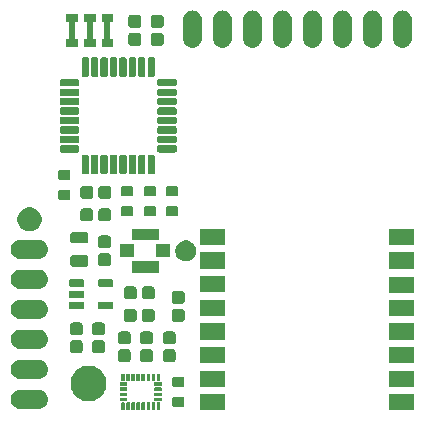
<source format=gts>
%TF.GenerationSoftware,KiCad,Pcbnew,(5.1.6)-1*%
%TF.CreationDate,2021-11-16T12:50:12-05:00*%
%TF.ProjectId,AmbaSat-1_Satellite,416d6261-5361-4742-9d31-5f536174656c,KiCad_1.0*%
%TF.SameCoordinates,PX7ceeb0cPY74d41b0*%
%TF.FileFunction,Soldermask,Top*%
%TF.FilePolarity,Negative*%
%FSLAX46Y46*%
G04 Gerber Fmt 4.6, Leading zero omitted, Abs format (unit mm)*
G04 Created by KiCad (PCBNEW (5.1.6)-1) date 2021-11-16 12:50:12*
%MOMM*%
%LPD*%
G01*
G04 APERTURE LIST*
%ADD10C,0.100000*%
G04 APERTURE END LIST*
D10*
%TO.C,Y1*%
G36*
X9112000Y34293000D02*
G01*
X8112000Y34293000D01*
X8112000Y33593000D01*
X9112000Y33593000D01*
X9112000Y34293000D01*
G37*
G36*
X7612000Y34293000D02*
G01*
X6612000Y34293000D01*
X6612000Y33593000D01*
X7612000Y33593000D01*
X7612000Y34293000D01*
G37*
G36*
X6112000Y34293000D02*
G01*
X5112000Y34293000D01*
X5112000Y33593000D01*
X6112000Y33593000D01*
X6112000Y34293000D01*
G37*
G36*
X6112000Y32193000D02*
G01*
X5112000Y32193000D01*
X5112000Y31493000D01*
X6112000Y31493000D01*
X6112000Y32193000D01*
G37*
G36*
X7612000Y32193000D02*
G01*
X6612000Y32193000D01*
X6612000Y31493000D01*
X7612000Y31493000D01*
X7612000Y32193000D01*
G37*
G36*
X9112000Y32193000D02*
G01*
X8112000Y32193000D01*
X8112000Y31493000D01*
X9112000Y31493000D01*
X9112000Y32193000D01*
G37*
G36*
X34571300Y714200D02*
G01*
X32469700Y714200D01*
X32469700Y2085800D01*
X34571300Y2085800D01*
X34571300Y714200D01*
G37*
G36*
X18571300Y714200D02*
G01*
X16469700Y714200D01*
X16469700Y2085800D01*
X18571300Y2085800D01*
X18571300Y714200D01*
G37*
G36*
X12186638Y1392481D02*
G01*
X12196157Y1389593D01*
X12204917Y1384911D01*
X12212603Y1378603D01*
X12218911Y1370917D01*
X12223593Y1362157D01*
X12226481Y1352638D01*
X12227700Y1340259D01*
X12227700Y791741D01*
X12226481Y779362D01*
X12223593Y769843D01*
X12218911Y761083D01*
X12212603Y753397D01*
X12204917Y747089D01*
X12196157Y742407D01*
X12186638Y739519D01*
X12174259Y738300D01*
X11975741Y738300D01*
X11963362Y739519D01*
X11953843Y742407D01*
X11945083Y747089D01*
X11937397Y753397D01*
X11931089Y761083D01*
X11926407Y769843D01*
X11923519Y779362D01*
X11922300Y791741D01*
X11922300Y1340259D01*
X11923519Y1352638D01*
X11926407Y1362157D01*
X11931089Y1370917D01*
X11937397Y1378603D01*
X11945083Y1384911D01*
X11953843Y1389593D01*
X11963362Y1392481D01*
X11975741Y1393700D01*
X12174259Y1393700D01*
X12186638Y1392481D01*
G37*
G36*
X12615003Y1395263D02*
G01*
X12623785Y1390569D01*
X12625439Y1389977D01*
X12634917Y1384911D01*
X12642603Y1378603D01*
X12648911Y1370917D01*
X12653593Y1362157D01*
X12656481Y1352638D01*
X12657700Y1340259D01*
X12657700Y791741D01*
X12656481Y779362D01*
X12653593Y769843D01*
X12648911Y761083D01*
X12642603Y753397D01*
X12634917Y747089D01*
X12626157Y742407D01*
X12616638Y739519D01*
X12604259Y738300D01*
X12405741Y738300D01*
X12393362Y739519D01*
X12383843Y742407D01*
X12375083Y747089D01*
X12367397Y753397D01*
X12361089Y761083D01*
X12356407Y769843D01*
X12353519Y779362D01*
X12352300Y791741D01*
X12352300Y1340259D01*
X12353519Y1352638D01*
X12356407Y1362157D01*
X12361089Y1370917D01*
X12367397Y1378603D01*
X12375083Y1384911D01*
X12383843Y1389593D01*
X12393362Y1392481D01*
X12405741Y1393700D01*
X12586775Y1393700D01*
X12596685Y1394676D01*
X12606215Y1397567D01*
X12609837Y1399503D01*
X12615003Y1395263D01*
G37*
G36*
X10258476Y1395888D02*
G01*
X10268243Y1393945D01*
X10273225Y1393700D01*
X10454259Y1393700D01*
X10466638Y1392481D01*
X10476157Y1389593D01*
X10484917Y1384911D01*
X10492603Y1378603D01*
X10498911Y1370917D01*
X10503593Y1362157D01*
X10506481Y1352638D01*
X10507700Y1340259D01*
X10507700Y791741D01*
X10506481Y779362D01*
X10503593Y769843D01*
X10498911Y761083D01*
X10492603Y753397D01*
X10484917Y747089D01*
X10476157Y742407D01*
X10466638Y739519D01*
X10454259Y738300D01*
X10255741Y738300D01*
X10243362Y739519D01*
X10233843Y742407D01*
X10225083Y747089D01*
X10217397Y753397D01*
X10211089Y761083D01*
X10206407Y769843D01*
X10203519Y779362D01*
X10202300Y791741D01*
X10202300Y1340259D01*
X10203519Y1352638D01*
X10206407Y1362157D01*
X10211089Y1370917D01*
X10217397Y1378603D01*
X10225083Y1384911D01*
X10235985Y1390739D01*
X10240719Y1392699D01*
X10248999Y1398231D01*
X10250119Y1399351D01*
X10258476Y1395888D01*
G37*
G36*
X10896638Y1392481D02*
G01*
X10906157Y1389593D01*
X10914917Y1384911D01*
X10922603Y1378603D01*
X10928911Y1370917D01*
X10933593Y1362157D01*
X10936481Y1352638D01*
X10937700Y1340259D01*
X10937700Y791741D01*
X10936481Y779362D01*
X10933593Y769843D01*
X10928911Y761083D01*
X10922603Y753397D01*
X10914917Y747089D01*
X10906157Y742407D01*
X10896638Y739519D01*
X10884259Y738300D01*
X10685741Y738300D01*
X10673362Y739519D01*
X10663843Y742407D01*
X10655083Y747089D01*
X10647397Y753397D01*
X10641089Y761083D01*
X10636407Y769843D01*
X10633519Y779362D01*
X10632300Y791741D01*
X10632300Y1340259D01*
X10633519Y1352638D01*
X10636407Y1362157D01*
X10641089Y1370917D01*
X10647397Y1378603D01*
X10655083Y1384911D01*
X10663843Y1389593D01*
X10673362Y1392481D01*
X10685741Y1393700D01*
X10884259Y1393700D01*
X10896638Y1392481D01*
G37*
G36*
X11756638Y1392481D02*
G01*
X11766157Y1389593D01*
X11774917Y1384911D01*
X11782603Y1378603D01*
X11788911Y1370917D01*
X11793593Y1362157D01*
X11796481Y1352638D01*
X11797700Y1340259D01*
X11797700Y791741D01*
X11796481Y779362D01*
X11793593Y769843D01*
X11788911Y761083D01*
X11782603Y753397D01*
X11774917Y747089D01*
X11766157Y742407D01*
X11756638Y739519D01*
X11744259Y738300D01*
X11545741Y738300D01*
X11533362Y739519D01*
X11523843Y742407D01*
X11515083Y747089D01*
X11507397Y753397D01*
X11501089Y761083D01*
X11496407Y769843D01*
X11493519Y779362D01*
X11492300Y791741D01*
X11492300Y1340259D01*
X11493519Y1352638D01*
X11496407Y1362157D01*
X11501089Y1370917D01*
X11507397Y1378603D01*
X11515083Y1384911D01*
X11523843Y1389593D01*
X11533362Y1392481D01*
X11545741Y1393700D01*
X11744259Y1393700D01*
X11756638Y1392481D01*
G37*
G36*
X11326638Y1392481D02*
G01*
X11336157Y1389593D01*
X11344917Y1384911D01*
X11352603Y1378603D01*
X11358911Y1370917D01*
X11363593Y1362157D01*
X11366481Y1352638D01*
X11367700Y1340259D01*
X11367700Y791741D01*
X11366481Y779362D01*
X11363593Y769843D01*
X11358911Y761083D01*
X11352603Y753397D01*
X11344917Y747089D01*
X11336157Y742407D01*
X11326638Y739519D01*
X11314259Y738300D01*
X11115741Y738300D01*
X11103362Y739519D01*
X11093843Y742407D01*
X11085083Y747089D01*
X11077397Y753397D01*
X11071089Y761083D01*
X11066407Y769843D01*
X11063519Y779362D01*
X11062300Y791741D01*
X11062300Y1340259D01*
X11063519Y1352638D01*
X11066407Y1362157D01*
X11071089Y1370917D01*
X11077397Y1378603D01*
X11085083Y1384911D01*
X11093843Y1389593D01*
X11103362Y1392481D01*
X11115741Y1393700D01*
X11314259Y1393700D01*
X11326638Y1392481D01*
G37*
G36*
X13046638Y1384981D02*
G01*
X13056157Y1382093D01*
X13064917Y1377411D01*
X13072603Y1371103D01*
X13078911Y1363417D01*
X13083593Y1354657D01*
X13086481Y1345138D01*
X13087700Y1332759D01*
X13087700Y799241D01*
X13086481Y786862D01*
X13083593Y777343D01*
X13078911Y768583D01*
X13072603Y760897D01*
X13064917Y754589D01*
X13056157Y749907D01*
X13046638Y747019D01*
X13034259Y745800D01*
X12835741Y745800D01*
X12823362Y747019D01*
X12813843Y749907D01*
X12805083Y754589D01*
X12797397Y760897D01*
X12791089Y768583D01*
X12786407Y777343D01*
X12783519Y786862D01*
X12782300Y799241D01*
X12782300Y1332759D01*
X12783519Y1345138D01*
X12786407Y1354657D01*
X12791089Y1363417D01*
X12797397Y1371103D01*
X12805083Y1377411D01*
X12813843Y1382093D01*
X12823362Y1384981D01*
X12835741Y1386200D01*
X13034259Y1386200D01*
X13046638Y1384981D01*
G37*
G36*
X10036638Y1384981D02*
G01*
X10046157Y1382093D01*
X10054917Y1377411D01*
X10062603Y1371103D01*
X10068911Y1363417D01*
X10073593Y1354657D01*
X10076481Y1345138D01*
X10077700Y1332759D01*
X10077700Y799241D01*
X10076481Y786862D01*
X10073593Y777343D01*
X10068911Y768583D01*
X10062603Y760897D01*
X10054917Y754589D01*
X10046157Y749907D01*
X10036638Y747019D01*
X10024259Y745800D01*
X9825741Y745800D01*
X9813362Y747019D01*
X9803843Y749907D01*
X9795083Y754589D01*
X9787397Y760897D01*
X9781089Y768583D01*
X9776407Y777343D01*
X9773519Y786862D01*
X9772300Y799241D01*
X9772300Y1332759D01*
X9773519Y1345138D01*
X9776407Y1354657D01*
X9781089Y1363417D01*
X9787397Y1371103D01*
X9795083Y1377411D01*
X9803843Y1382093D01*
X9813362Y1384981D01*
X9825741Y1386200D01*
X10024259Y1386200D01*
X10036638Y1384981D01*
G37*
G36*
X2921333Y2451040D02*
G01*
X2921336Y2451039D01*
X2921337Y2451039D01*
X3074550Y2404562D01*
X3137972Y2370662D01*
X3215754Y2329087D01*
X3339517Y2227517D01*
X3441087Y2103754D01*
X3441088Y2103752D01*
X3516562Y1962550D01*
X3558285Y1825009D01*
X3563040Y1809333D01*
X3578733Y1650000D01*
X3563040Y1490667D01*
X3563039Y1490664D01*
X3563039Y1490663D01*
X3516562Y1337450D01*
X3456269Y1224650D01*
X3441087Y1196246D01*
X3339517Y1072483D01*
X3215754Y970913D01*
X3215752Y970912D01*
X3074550Y895438D01*
X2921337Y848961D01*
X2921336Y848961D01*
X2921333Y848960D01*
X2801929Y837200D01*
X1198071Y837200D01*
X1078667Y848960D01*
X1078664Y848961D01*
X1078663Y848961D01*
X925450Y895438D01*
X784248Y970912D01*
X784246Y970913D01*
X660483Y1072483D01*
X558913Y1196246D01*
X543731Y1224650D01*
X483438Y1337450D01*
X436961Y1490663D01*
X436961Y1490664D01*
X436960Y1490667D01*
X421267Y1650000D01*
X436960Y1809333D01*
X441715Y1825009D01*
X483438Y1962550D01*
X558912Y2103752D01*
X558913Y2103754D01*
X660483Y2227517D01*
X784246Y2329087D01*
X862028Y2370662D01*
X925450Y2404562D01*
X1078663Y2451039D01*
X1078664Y2451039D01*
X1078667Y2451040D01*
X1198071Y2462800D01*
X2801929Y2462800D01*
X2921333Y2451040D01*
G37*
G36*
X14978951Y1869791D02*
G01*
X15014730Y1858937D01*
X15047699Y1841315D01*
X15076598Y1817598D01*
X15100315Y1788699D01*
X15117937Y1755730D01*
X15128791Y1719951D01*
X15132700Y1680259D01*
X15132700Y1201741D01*
X15128791Y1162049D01*
X15117937Y1126270D01*
X15100315Y1093301D01*
X15076598Y1064402D01*
X15047699Y1040685D01*
X15014730Y1023063D01*
X14978951Y1012209D01*
X14939259Y1008300D01*
X14270741Y1008300D01*
X14231049Y1012209D01*
X14195270Y1023063D01*
X14162301Y1040685D01*
X14133402Y1064402D01*
X14109685Y1093301D01*
X14092063Y1126270D01*
X14081209Y1162049D01*
X14077300Y1201741D01*
X14077300Y1680259D01*
X14081209Y1719951D01*
X14092063Y1755730D01*
X14109685Y1788699D01*
X14133402Y1817598D01*
X14162301Y1841315D01*
X14195270Y1858937D01*
X14231049Y1869791D01*
X14270741Y1873700D01*
X14939259Y1873700D01*
X14978951Y1869791D01*
G37*
G36*
X13186638Y1792481D02*
G01*
X13196157Y1789593D01*
X13204917Y1784911D01*
X13212603Y1778603D01*
X13218911Y1770917D01*
X13223593Y1762157D01*
X13226481Y1752638D01*
X13227700Y1740259D01*
X13227700Y1541741D01*
X13226481Y1529362D01*
X13223593Y1519843D01*
X13218911Y1511083D01*
X13212603Y1503397D01*
X13204917Y1497089D01*
X13196157Y1492407D01*
X13186638Y1489519D01*
X13174259Y1488300D01*
X12643225Y1488300D01*
X12633315Y1487324D01*
X12623785Y1484433D01*
X12620163Y1482497D01*
X12614997Y1486737D01*
X12606215Y1491431D01*
X12604561Y1492023D01*
X12595083Y1497089D01*
X12587397Y1503397D01*
X12581089Y1511083D01*
X12576407Y1519843D01*
X12573519Y1529362D01*
X12572300Y1541741D01*
X12572300Y1740259D01*
X12573519Y1752638D01*
X12576407Y1762157D01*
X12581089Y1770917D01*
X12587397Y1778603D01*
X12595083Y1784911D01*
X12603843Y1789593D01*
X12613362Y1792481D01*
X12625741Y1793700D01*
X13174259Y1793700D01*
X13186638Y1792481D01*
G37*
G36*
X10246638Y1792481D02*
G01*
X10256157Y1789593D01*
X10264917Y1784911D01*
X10272603Y1778603D01*
X10278911Y1770917D01*
X10283593Y1762157D01*
X10286481Y1752638D01*
X10287700Y1740259D01*
X10287700Y1541741D01*
X10286481Y1529362D01*
X10283593Y1519843D01*
X10278911Y1511083D01*
X10272603Y1503397D01*
X10264917Y1497089D01*
X10254015Y1491261D01*
X10249281Y1489301D01*
X10241001Y1483769D01*
X10239881Y1482649D01*
X10231524Y1486112D01*
X10221757Y1488055D01*
X10216775Y1488300D01*
X9685741Y1488300D01*
X9673362Y1489519D01*
X9663843Y1492407D01*
X9655083Y1497089D01*
X9647397Y1503397D01*
X9641089Y1511083D01*
X9636407Y1519843D01*
X9633519Y1529362D01*
X9632300Y1541741D01*
X9632300Y1740259D01*
X9633519Y1752638D01*
X9636407Y1762157D01*
X9641089Y1770917D01*
X9647397Y1778603D01*
X9655083Y1784911D01*
X9663843Y1789593D01*
X9673362Y1792481D01*
X9685741Y1793700D01*
X10234259Y1793700D01*
X10246638Y1792481D01*
G37*
G36*
X7441239Y4454568D02*
G01*
X7716531Y4340538D01*
X7964291Y4174990D01*
X8174990Y3964291D01*
X8340538Y3716531D01*
X8454568Y3441239D01*
X8512700Y3148988D01*
X8512700Y2851012D01*
X8454568Y2558761D01*
X8340538Y2283469D01*
X8299787Y2222481D01*
X8174991Y2035710D01*
X7964290Y1825009D01*
X7860606Y1755730D01*
X7716531Y1659462D01*
X7441239Y1545432D01*
X7148988Y1487300D01*
X6851012Y1487300D01*
X6558761Y1545432D01*
X6283469Y1659462D01*
X6139394Y1755730D01*
X6035710Y1825009D01*
X5825009Y2035710D01*
X5700213Y2222481D01*
X5659462Y2283469D01*
X5545432Y2558761D01*
X5487300Y2851012D01*
X5487300Y3148988D01*
X5545432Y3441239D01*
X5659462Y3716531D01*
X5825010Y3964291D01*
X6035709Y4174990D01*
X6283469Y4340538D01*
X6558761Y4454568D01*
X6851012Y4512700D01*
X7148988Y4512700D01*
X7441239Y4454568D01*
G37*
G36*
X10246638Y2222481D02*
G01*
X10256157Y2219593D01*
X10264917Y2214911D01*
X10272603Y2208603D01*
X10278911Y2200917D01*
X10283593Y2192157D01*
X10286481Y2182638D01*
X10287700Y2170259D01*
X10287700Y1971741D01*
X10286481Y1959362D01*
X10283593Y1949843D01*
X10278911Y1941083D01*
X10272603Y1933397D01*
X10264917Y1927089D01*
X10256157Y1922407D01*
X10246638Y1919519D01*
X10234259Y1918300D01*
X9685741Y1918300D01*
X9673362Y1919519D01*
X9663843Y1922407D01*
X9655083Y1927089D01*
X9647397Y1933397D01*
X9641089Y1941083D01*
X9636407Y1949843D01*
X9633519Y1959362D01*
X9632300Y1971741D01*
X9632300Y2170259D01*
X9633519Y2182638D01*
X9636407Y2192157D01*
X9641089Y2200917D01*
X9647397Y2208603D01*
X9655083Y2214911D01*
X9663843Y2219593D01*
X9673362Y2222481D01*
X9685741Y2223700D01*
X10234259Y2223700D01*
X10246638Y2222481D01*
G37*
G36*
X13186638Y2222481D02*
G01*
X13196157Y2219593D01*
X13204917Y2214911D01*
X13212603Y2208603D01*
X13218911Y2200917D01*
X13223593Y2192157D01*
X13226481Y2182638D01*
X13227700Y2170259D01*
X13227700Y1971741D01*
X13226481Y1959362D01*
X13223593Y1949843D01*
X13218911Y1941083D01*
X13212603Y1933397D01*
X13204917Y1927089D01*
X13196157Y1922407D01*
X13186638Y1919519D01*
X13174259Y1918300D01*
X12625741Y1918300D01*
X12613362Y1919519D01*
X12603843Y1922407D01*
X12595083Y1927089D01*
X12587397Y1933397D01*
X12581089Y1941083D01*
X12576407Y1949843D01*
X12573519Y1959362D01*
X12572300Y1971741D01*
X12572300Y2170259D01*
X12573519Y2182638D01*
X12576407Y2192157D01*
X12581089Y2200917D01*
X12587397Y2208603D01*
X12595083Y2214911D01*
X12603843Y2219593D01*
X12613362Y2222481D01*
X12625741Y2223700D01*
X13174259Y2223700D01*
X13186638Y2222481D01*
G37*
G36*
X10246638Y2652481D02*
G01*
X10256157Y2649593D01*
X10264917Y2644911D01*
X10272603Y2638603D01*
X10278911Y2630917D01*
X10283593Y2622157D01*
X10286481Y2612638D01*
X10287700Y2600259D01*
X10287700Y2401741D01*
X10286481Y2389362D01*
X10283593Y2379843D01*
X10278911Y2371083D01*
X10272603Y2363397D01*
X10264917Y2357089D01*
X10256157Y2352407D01*
X10246638Y2349519D01*
X10234259Y2348300D01*
X9685741Y2348300D01*
X9673362Y2349519D01*
X9663843Y2352407D01*
X9655083Y2357089D01*
X9647397Y2363397D01*
X9641089Y2371083D01*
X9636407Y2379843D01*
X9633519Y2389362D01*
X9632300Y2401741D01*
X9632300Y2600259D01*
X9633519Y2612638D01*
X9636407Y2622157D01*
X9641089Y2630917D01*
X9647397Y2638603D01*
X9655083Y2644911D01*
X9663843Y2649593D01*
X9673362Y2652481D01*
X9685741Y2653700D01*
X10234259Y2653700D01*
X10246638Y2652481D01*
G37*
G36*
X13186638Y2652481D02*
G01*
X13196157Y2649593D01*
X13204917Y2644911D01*
X13212603Y2638603D01*
X13218911Y2630917D01*
X13223593Y2622157D01*
X13226481Y2612638D01*
X13227700Y2600259D01*
X13227700Y2401741D01*
X13226481Y2389362D01*
X13223593Y2379843D01*
X13218911Y2371083D01*
X13212603Y2363397D01*
X13204917Y2357089D01*
X13196157Y2352407D01*
X13186638Y2349519D01*
X13174259Y2348300D01*
X12625741Y2348300D01*
X12613362Y2349519D01*
X12603843Y2352407D01*
X12595083Y2357089D01*
X12587397Y2363397D01*
X12581089Y2371083D01*
X12576407Y2379843D01*
X12573519Y2389362D01*
X12572300Y2401741D01*
X12572300Y2600259D01*
X12573519Y2612638D01*
X12576407Y2622157D01*
X12581089Y2630917D01*
X12587397Y2638603D01*
X12595083Y2644911D01*
X12603843Y2649593D01*
X12613362Y2652481D01*
X12625741Y2653700D01*
X13174259Y2653700D01*
X13186638Y2652481D01*
G37*
G36*
X14978951Y3559791D02*
G01*
X15014730Y3548937D01*
X15047699Y3531315D01*
X15076598Y3507598D01*
X15100315Y3478699D01*
X15117937Y3445730D01*
X15128791Y3409951D01*
X15132700Y3370259D01*
X15132700Y2891741D01*
X15128791Y2852049D01*
X15117937Y2816270D01*
X15100315Y2783301D01*
X15076598Y2754402D01*
X15047699Y2730685D01*
X15014730Y2713063D01*
X14978951Y2702209D01*
X14939259Y2698300D01*
X14270741Y2698300D01*
X14231049Y2702209D01*
X14195270Y2713063D01*
X14162301Y2730685D01*
X14133402Y2754402D01*
X14109685Y2783301D01*
X14092063Y2816270D01*
X14081209Y2852049D01*
X14077300Y2891741D01*
X14077300Y3370259D01*
X14081209Y3409951D01*
X14092063Y3445730D01*
X14109685Y3478699D01*
X14133402Y3507598D01*
X14162301Y3531315D01*
X14195270Y3548937D01*
X14231049Y3559791D01*
X14270741Y3563700D01*
X14939259Y3563700D01*
X14978951Y3559791D01*
G37*
G36*
X18571300Y2714200D02*
G01*
X16469700Y2714200D01*
X16469700Y4085800D01*
X18571300Y4085800D01*
X18571300Y2714200D01*
G37*
G36*
X34571300Y2714200D02*
G01*
X32469700Y2714200D01*
X32469700Y4085800D01*
X34571300Y4085800D01*
X34571300Y2714200D01*
G37*
G36*
X12628476Y3085888D02*
G01*
X12638243Y3083945D01*
X12643225Y3083700D01*
X13174259Y3083700D01*
X13186638Y3082481D01*
X13196157Y3079593D01*
X13204917Y3074911D01*
X13212603Y3068603D01*
X13218911Y3060917D01*
X13223593Y3052157D01*
X13226481Y3042638D01*
X13227700Y3030259D01*
X13227700Y2831741D01*
X13226481Y2819362D01*
X13223593Y2809843D01*
X13218911Y2801083D01*
X13212603Y2793397D01*
X13204917Y2787089D01*
X13196157Y2782407D01*
X13186638Y2779519D01*
X13174259Y2778300D01*
X12625741Y2778300D01*
X12613362Y2779519D01*
X12603843Y2782407D01*
X12595083Y2787089D01*
X12587397Y2793397D01*
X12581089Y2801083D01*
X12576407Y2809843D01*
X12573519Y2819362D01*
X12572300Y2831741D01*
X12572300Y3030259D01*
X12573519Y3042638D01*
X12576407Y3052157D01*
X12581089Y3060917D01*
X12587397Y3068603D01*
X12595083Y3074911D01*
X12605985Y3080739D01*
X12610719Y3082699D01*
X12618999Y3088231D01*
X12620119Y3089351D01*
X12628476Y3085888D01*
G37*
G36*
X10245003Y3085263D02*
G01*
X10253785Y3080569D01*
X10255439Y3079977D01*
X10264917Y3074911D01*
X10272603Y3068603D01*
X10278911Y3060917D01*
X10283593Y3052157D01*
X10286481Y3042638D01*
X10287700Y3030259D01*
X10287700Y2831741D01*
X10286481Y2819362D01*
X10283593Y2809843D01*
X10278911Y2801083D01*
X10272603Y2793397D01*
X10264917Y2787089D01*
X10256157Y2782407D01*
X10246638Y2779519D01*
X10234259Y2778300D01*
X9685741Y2778300D01*
X9673362Y2779519D01*
X9663843Y2782407D01*
X9655083Y2787089D01*
X9647397Y2793397D01*
X9641089Y2801083D01*
X9636407Y2809843D01*
X9633519Y2819362D01*
X9632300Y2831741D01*
X9632300Y3030259D01*
X9633519Y3042638D01*
X9636407Y3052157D01*
X9641089Y3060917D01*
X9647397Y3068603D01*
X9655083Y3074911D01*
X9663843Y3079593D01*
X9673362Y3082481D01*
X9685741Y3083700D01*
X10216775Y3083700D01*
X10226685Y3084676D01*
X10236215Y3087567D01*
X10239837Y3089503D01*
X10245003Y3085263D01*
G37*
G36*
X10466638Y3832481D02*
G01*
X10476157Y3829593D01*
X10484917Y3824911D01*
X10492603Y3818603D01*
X10498911Y3810917D01*
X10503593Y3802157D01*
X10506481Y3792638D01*
X10507700Y3780259D01*
X10507700Y3231741D01*
X10506481Y3219362D01*
X10503593Y3209843D01*
X10498911Y3201083D01*
X10492603Y3193397D01*
X10484917Y3187089D01*
X10476157Y3182407D01*
X10466638Y3179519D01*
X10454259Y3178300D01*
X10273225Y3178300D01*
X10263315Y3177324D01*
X10253785Y3174433D01*
X10250163Y3172497D01*
X10244997Y3176737D01*
X10236215Y3181431D01*
X10234561Y3182023D01*
X10225083Y3187089D01*
X10217397Y3193397D01*
X10211089Y3201083D01*
X10206407Y3209843D01*
X10203519Y3219362D01*
X10202300Y3231741D01*
X10202300Y3780259D01*
X10203519Y3792638D01*
X10206407Y3802157D01*
X10211089Y3810917D01*
X10217397Y3818603D01*
X10225083Y3824911D01*
X10233843Y3829593D01*
X10243362Y3832481D01*
X10255741Y3833700D01*
X10454259Y3833700D01*
X10466638Y3832481D01*
G37*
G36*
X12616638Y3832481D02*
G01*
X12626157Y3829593D01*
X12634917Y3824911D01*
X12642603Y3818603D01*
X12648911Y3810917D01*
X12653593Y3802157D01*
X12656481Y3792638D01*
X12657700Y3780259D01*
X12657700Y3231741D01*
X12656481Y3219362D01*
X12653593Y3209843D01*
X12648911Y3201083D01*
X12642603Y3193397D01*
X12634917Y3187089D01*
X12624015Y3181261D01*
X12619281Y3179301D01*
X12611001Y3173769D01*
X12609881Y3172649D01*
X12601524Y3176112D01*
X12591757Y3178055D01*
X12586775Y3178300D01*
X12405741Y3178300D01*
X12393362Y3179519D01*
X12383843Y3182407D01*
X12375083Y3187089D01*
X12367397Y3193397D01*
X12361089Y3201083D01*
X12356407Y3209843D01*
X12353519Y3219362D01*
X12352300Y3231741D01*
X12352300Y3780259D01*
X12353519Y3792638D01*
X12356407Y3802157D01*
X12361089Y3810917D01*
X12367397Y3818603D01*
X12375083Y3824911D01*
X12383843Y3829593D01*
X12393362Y3832481D01*
X12405741Y3833700D01*
X12604259Y3833700D01*
X12616638Y3832481D01*
G37*
G36*
X11326638Y3832481D02*
G01*
X11336157Y3829593D01*
X11344917Y3824911D01*
X11352603Y3818603D01*
X11358911Y3810917D01*
X11363593Y3802157D01*
X11366481Y3792638D01*
X11367700Y3780259D01*
X11367700Y3231741D01*
X11366481Y3219362D01*
X11363593Y3209843D01*
X11358911Y3201083D01*
X11352603Y3193397D01*
X11344917Y3187089D01*
X11336157Y3182407D01*
X11326638Y3179519D01*
X11314259Y3178300D01*
X11115741Y3178300D01*
X11103362Y3179519D01*
X11093843Y3182407D01*
X11085083Y3187089D01*
X11077397Y3193397D01*
X11071089Y3201083D01*
X11066407Y3209843D01*
X11063519Y3219362D01*
X11062300Y3231741D01*
X11062300Y3780259D01*
X11063519Y3792638D01*
X11066407Y3802157D01*
X11071089Y3810917D01*
X11077397Y3818603D01*
X11085083Y3824911D01*
X11093843Y3829593D01*
X11103362Y3832481D01*
X11115741Y3833700D01*
X11314259Y3833700D01*
X11326638Y3832481D01*
G37*
G36*
X12186638Y3832481D02*
G01*
X12196157Y3829593D01*
X12204917Y3824911D01*
X12212603Y3818603D01*
X12218911Y3810917D01*
X12223593Y3802157D01*
X12226481Y3792638D01*
X12227700Y3780259D01*
X12227700Y3231741D01*
X12226481Y3219362D01*
X12223593Y3209843D01*
X12218911Y3201083D01*
X12212603Y3193397D01*
X12204917Y3187089D01*
X12196157Y3182407D01*
X12186638Y3179519D01*
X12174259Y3178300D01*
X11975741Y3178300D01*
X11963362Y3179519D01*
X11953843Y3182407D01*
X11945083Y3187089D01*
X11937397Y3193397D01*
X11931089Y3201083D01*
X11926407Y3209843D01*
X11923519Y3219362D01*
X11922300Y3231741D01*
X11922300Y3780259D01*
X11923519Y3792638D01*
X11926407Y3802157D01*
X11931089Y3810917D01*
X11937397Y3818603D01*
X11945083Y3824911D01*
X11953843Y3829593D01*
X11963362Y3832481D01*
X11975741Y3833700D01*
X12174259Y3833700D01*
X12186638Y3832481D01*
G37*
G36*
X11756638Y3832481D02*
G01*
X11766157Y3829593D01*
X11774917Y3824911D01*
X11782603Y3818603D01*
X11788911Y3810917D01*
X11793593Y3802157D01*
X11796481Y3792638D01*
X11797700Y3780259D01*
X11797700Y3231741D01*
X11796481Y3219362D01*
X11793593Y3209843D01*
X11788911Y3201083D01*
X11782603Y3193397D01*
X11774917Y3187089D01*
X11766157Y3182407D01*
X11756638Y3179519D01*
X11744259Y3178300D01*
X11545741Y3178300D01*
X11533362Y3179519D01*
X11523843Y3182407D01*
X11515083Y3187089D01*
X11507397Y3193397D01*
X11501089Y3201083D01*
X11496407Y3209843D01*
X11493519Y3219362D01*
X11492300Y3231741D01*
X11492300Y3780259D01*
X11493519Y3792638D01*
X11496407Y3802157D01*
X11501089Y3810917D01*
X11507397Y3818603D01*
X11515083Y3824911D01*
X11523843Y3829593D01*
X11533362Y3832481D01*
X11545741Y3833700D01*
X11744259Y3833700D01*
X11756638Y3832481D01*
G37*
G36*
X10896638Y3832481D02*
G01*
X10906157Y3829593D01*
X10914917Y3824911D01*
X10922603Y3818603D01*
X10928911Y3810917D01*
X10933593Y3802157D01*
X10936481Y3792638D01*
X10937700Y3780259D01*
X10937700Y3231741D01*
X10936481Y3219362D01*
X10933593Y3209843D01*
X10928911Y3201083D01*
X10922603Y3193397D01*
X10914917Y3187089D01*
X10906157Y3182407D01*
X10896638Y3179519D01*
X10884259Y3178300D01*
X10685741Y3178300D01*
X10673362Y3179519D01*
X10663843Y3182407D01*
X10655083Y3187089D01*
X10647397Y3193397D01*
X10641089Y3201083D01*
X10636407Y3209843D01*
X10633519Y3219362D01*
X10632300Y3231741D01*
X10632300Y3780259D01*
X10633519Y3792638D01*
X10636407Y3802157D01*
X10641089Y3810917D01*
X10647397Y3818603D01*
X10655083Y3824911D01*
X10663843Y3829593D01*
X10673362Y3832481D01*
X10685741Y3833700D01*
X10884259Y3833700D01*
X10896638Y3832481D01*
G37*
G36*
X13046638Y3824981D02*
G01*
X13056157Y3822093D01*
X13064917Y3817411D01*
X13072603Y3811103D01*
X13078911Y3803417D01*
X13083593Y3794657D01*
X13086481Y3785138D01*
X13087700Y3772759D01*
X13087700Y3239241D01*
X13086481Y3226862D01*
X13083593Y3217343D01*
X13078911Y3208583D01*
X13072603Y3200897D01*
X13064917Y3194589D01*
X13056157Y3189907D01*
X13046638Y3187019D01*
X13034259Y3185800D01*
X12835741Y3185800D01*
X12823362Y3187019D01*
X12813843Y3189907D01*
X12805083Y3194589D01*
X12797397Y3200897D01*
X12791089Y3208583D01*
X12786407Y3217343D01*
X12783519Y3226862D01*
X12782300Y3239241D01*
X12782300Y3772759D01*
X12783519Y3785138D01*
X12786407Y3794657D01*
X12791089Y3803417D01*
X12797397Y3811103D01*
X12805083Y3817411D01*
X12813843Y3822093D01*
X12823362Y3824981D01*
X12835741Y3826200D01*
X13034259Y3826200D01*
X13046638Y3824981D01*
G37*
G36*
X10036638Y3824981D02*
G01*
X10046157Y3822093D01*
X10054917Y3817411D01*
X10062603Y3811103D01*
X10068911Y3803417D01*
X10073593Y3794657D01*
X10076481Y3785138D01*
X10077700Y3772759D01*
X10077700Y3239241D01*
X10076481Y3226862D01*
X10073593Y3217343D01*
X10068911Y3208583D01*
X10062603Y3200897D01*
X10054917Y3194589D01*
X10046157Y3189907D01*
X10036638Y3187019D01*
X10024259Y3185800D01*
X9825741Y3185800D01*
X9813362Y3187019D01*
X9803843Y3189907D01*
X9795083Y3194589D01*
X9787397Y3200897D01*
X9781089Y3208583D01*
X9776407Y3217343D01*
X9773519Y3226862D01*
X9772300Y3239241D01*
X9772300Y3772759D01*
X9773519Y3785138D01*
X9776407Y3794657D01*
X9781089Y3803417D01*
X9787397Y3811103D01*
X9795083Y3817411D01*
X9803843Y3822093D01*
X9813362Y3824981D01*
X9825741Y3826200D01*
X10024259Y3826200D01*
X10036638Y3824981D01*
G37*
G36*
X2921333Y4991040D02*
G01*
X2921336Y4991039D01*
X2921337Y4991039D01*
X3074550Y4944562D01*
X3157154Y4900409D01*
X3215754Y4869087D01*
X3339517Y4767517D01*
X3441087Y4643754D01*
X3441088Y4643752D01*
X3516562Y4502550D01*
X3563039Y4349337D01*
X3563040Y4349333D01*
X3578733Y4190000D01*
X3563040Y4030667D01*
X3563039Y4030664D01*
X3563039Y4030663D01*
X3516562Y3877450D01*
X3460329Y3772245D01*
X3441087Y3736246D01*
X3339517Y3612483D01*
X3215754Y3510913D01*
X3215752Y3510912D01*
X3074550Y3435438D01*
X2921337Y3388961D01*
X2921336Y3388961D01*
X2921333Y3388960D01*
X2801929Y3377200D01*
X1198071Y3377200D01*
X1078667Y3388960D01*
X1078664Y3388961D01*
X1078663Y3388961D01*
X925450Y3435438D01*
X784248Y3510912D01*
X784246Y3510913D01*
X660483Y3612483D01*
X558913Y3736246D01*
X539671Y3772245D01*
X483438Y3877450D01*
X436961Y4030663D01*
X436961Y4030664D01*
X436960Y4030667D01*
X421267Y4190000D01*
X436960Y4349333D01*
X436961Y4349337D01*
X483438Y4502550D01*
X558912Y4643752D01*
X558913Y4643754D01*
X660483Y4767517D01*
X784246Y4869087D01*
X842846Y4900409D01*
X925450Y4944562D01*
X1078663Y4991039D01*
X1078664Y4991039D01*
X1078667Y4991040D01*
X1198071Y5002800D01*
X2801929Y5002800D01*
X2921333Y4991040D01*
G37*
G36*
X18571300Y4714200D02*
G01*
X16469700Y4714200D01*
X16469700Y6085800D01*
X18571300Y6085800D01*
X18571300Y4714200D01*
G37*
G36*
X34571300Y4714200D02*
G01*
X32469700Y4714200D01*
X32469700Y6085800D01*
X34571300Y6085800D01*
X34571300Y4714200D01*
G37*
G36*
X10395967Y5869051D02*
G01*
X10438968Y5856007D01*
X10478591Y5834828D01*
X10513324Y5806324D01*
X10541828Y5771591D01*
X10563007Y5731968D01*
X10576051Y5688967D01*
X10580700Y5641764D01*
X10580700Y5030236D01*
X10576051Y4983033D01*
X10563007Y4940032D01*
X10541828Y4900409D01*
X10513324Y4865676D01*
X10478591Y4837172D01*
X10438968Y4815993D01*
X10395967Y4802949D01*
X10348764Y4798300D01*
X9717236Y4798300D01*
X9670033Y4802949D01*
X9627032Y4815993D01*
X9587409Y4837172D01*
X9552676Y4865676D01*
X9524172Y4900409D01*
X9502993Y4940032D01*
X9489949Y4983033D01*
X9485300Y5030236D01*
X9485300Y5641764D01*
X9489949Y5688967D01*
X9502993Y5731968D01*
X9524172Y5771591D01*
X9552676Y5806324D01*
X9587409Y5834828D01*
X9627032Y5856007D01*
X9670033Y5869051D01*
X9717236Y5873700D01*
X10348764Y5873700D01*
X10395967Y5869051D01*
G37*
G36*
X14205967Y5869051D02*
G01*
X14248968Y5856007D01*
X14288591Y5834828D01*
X14323324Y5806324D01*
X14351828Y5771591D01*
X14373007Y5731968D01*
X14386051Y5688967D01*
X14390700Y5641764D01*
X14390700Y5030236D01*
X14386051Y4983033D01*
X14373007Y4940032D01*
X14351828Y4900409D01*
X14323324Y4865676D01*
X14288591Y4837172D01*
X14248968Y4815993D01*
X14205967Y4802949D01*
X14158764Y4798300D01*
X13527236Y4798300D01*
X13480033Y4802949D01*
X13437032Y4815993D01*
X13397409Y4837172D01*
X13362676Y4865676D01*
X13334172Y4900409D01*
X13312993Y4940032D01*
X13299949Y4983033D01*
X13295300Y5030236D01*
X13295300Y5641764D01*
X13299949Y5688967D01*
X13312993Y5731968D01*
X13334172Y5771591D01*
X13362676Y5806324D01*
X13397409Y5834828D01*
X13437032Y5856007D01*
X13480033Y5869051D01*
X13527236Y5873700D01*
X14158764Y5873700D01*
X14205967Y5869051D01*
G37*
G36*
X12300967Y5869051D02*
G01*
X12343968Y5856007D01*
X12383591Y5834828D01*
X12418324Y5806324D01*
X12446828Y5771591D01*
X12468007Y5731968D01*
X12481051Y5688967D01*
X12485700Y5641764D01*
X12485700Y5030236D01*
X12481051Y4983033D01*
X12468007Y4940032D01*
X12446828Y4900409D01*
X12418324Y4865676D01*
X12383591Y4837172D01*
X12343968Y4815993D01*
X12300967Y4802949D01*
X12253764Y4798300D01*
X11622236Y4798300D01*
X11575033Y4802949D01*
X11532032Y4815993D01*
X11492409Y4837172D01*
X11457676Y4865676D01*
X11429172Y4900409D01*
X11407993Y4940032D01*
X11394949Y4983033D01*
X11390300Y5030236D01*
X11390300Y5641764D01*
X11394949Y5688967D01*
X11407993Y5731968D01*
X11429172Y5771591D01*
X11457676Y5806324D01*
X11492409Y5834828D01*
X11532032Y5856007D01*
X11575033Y5869051D01*
X11622236Y5873700D01*
X12253764Y5873700D01*
X12300967Y5869051D01*
G37*
G36*
X6331967Y6631051D02*
G01*
X6374968Y6618007D01*
X6414591Y6596828D01*
X6449324Y6568324D01*
X6477828Y6533591D01*
X6499007Y6493968D01*
X6512051Y6450967D01*
X6516700Y6403764D01*
X6516700Y5792236D01*
X6512051Y5745033D01*
X6499007Y5702032D01*
X6477828Y5662409D01*
X6449324Y5627676D01*
X6414591Y5599172D01*
X6374968Y5577993D01*
X6331967Y5564949D01*
X6284764Y5560300D01*
X5653236Y5560300D01*
X5606033Y5564949D01*
X5563032Y5577993D01*
X5523409Y5599172D01*
X5488676Y5627676D01*
X5460172Y5662409D01*
X5438993Y5702032D01*
X5425949Y5745033D01*
X5421300Y5792236D01*
X5421300Y6403764D01*
X5425949Y6450967D01*
X5438993Y6493968D01*
X5460172Y6533591D01*
X5488676Y6568324D01*
X5523409Y6596828D01*
X5563032Y6618007D01*
X5606033Y6631051D01*
X5653236Y6635700D01*
X6284764Y6635700D01*
X6331967Y6631051D01*
G37*
G36*
X8236967Y6631051D02*
G01*
X8279968Y6618007D01*
X8319591Y6596828D01*
X8354324Y6568324D01*
X8382828Y6533591D01*
X8404007Y6493968D01*
X8417051Y6450967D01*
X8421700Y6403764D01*
X8421700Y5792236D01*
X8417051Y5745033D01*
X8404007Y5702032D01*
X8382828Y5662409D01*
X8354324Y5627676D01*
X8319591Y5599172D01*
X8279968Y5577993D01*
X8236967Y5564949D01*
X8189764Y5560300D01*
X7558236Y5560300D01*
X7511033Y5564949D01*
X7468032Y5577993D01*
X7428409Y5599172D01*
X7393676Y5627676D01*
X7365172Y5662409D01*
X7343993Y5702032D01*
X7330949Y5745033D01*
X7326300Y5792236D01*
X7326300Y6403764D01*
X7330949Y6450967D01*
X7343993Y6493968D01*
X7365172Y6533591D01*
X7393676Y6568324D01*
X7428409Y6596828D01*
X7468032Y6618007D01*
X7511033Y6631051D01*
X7558236Y6635700D01*
X8189764Y6635700D01*
X8236967Y6631051D01*
G37*
G36*
X2921333Y7531040D02*
G01*
X2921336Y7531039D01*
X2921337Y7531039D01*
X3074550Y7484562D01*
X3197520Y7418833D01*
X3215754Y7409087D01*
X3339517Y7307517D01*
X3441087Y7183754D01*
X3441088Y7183752D01*
X3516562Y7042550D01*
X3563039Y6889337D01*
X3563040Y6889333D01*
X3578733Y6730000D01*
X3563040Y6570667D01*
X3563039Y6570664D01*
X3563039Y6570663D01*
X3516562Y6417450D01*
X3503651Y6393296D01*
X3441087Y6276246D01*
X3339517Y6152483D01*
X3215754Y6050913D01*
X3215752Y6050912D01*
X3074550Y5975438D01*
X2921337Y5928961D01*
X2921336Y5928961D01*
X2921333Y5928960D01*
X2801929Y5917200D01*
X1198071Y5917200D01*
X1078667Y5928960D01*
X1078664Y5928961D01*
X1078663Y5928961D01*
X925450Y5975438D01*
X784248Y6050912D01*
X784246Y6050913D01*
X660483Y6152483D01*
X558913Y6276246D01*
X496349Y6393296D01*
X483438Y6417450D01*
X436961Y6570663D01*
X436961Y6570664D01*
X436960Y6570667D01*
X421267Y6730000D01*
X436960Y6889333D01*
X436961Y6889337D01*
X483438Y7042550D01*
X558912Y7183752D01*
X558913Y7183754D01*
X660483Y7307517D01*
X784246Y7409087D01*
X802480Y7418833D01*
X925450Y7484562D01*
X1078663Y7531039D01*
X1078664Y7531039D01*
X1078667Y7531040D01*
X1198071Y7542800D01*
X2801929Y7542800D01*
X2921333Y7531040D01*
G37*
G36*
X14205967Y7389051D02*
G01*
X14248968Y7376007D01*
X14288591Y7354828D01*
X14323324Y7326324D01*
X14351828Y7291591D01*
X14373007Y7251968D01*
X14386051Y7208967D01*
X14390700Y7161764D01*
X14390700Y6550236D01*
X14386051Y6503033D01*
X14373007Y6460032D01*
X14351828Y6420409D01*
X14323324Y6385676D01*
X14288591Y6357172D01*
X14248968Y6335993D01*
X14205967Y6322949D01*
X14158764Y6318300D01*
X13527236Y6318300D01*
X13480033Y6322949D01*
X13437032Y6335993D01*
X13397409Y6357172D01*
X13362676Y6385676D01*
X13334172Y6420409D01*
X13312993Y6460032D01*
X13299949Y6503033D01*
X13295300Y6550236D01*
X13295300Y7161764D01*
X13299949Y7208967D01*
X13312993Y7251968D01*
X13334172Y7291591D01*
X13362676Y7326324D01*
X13397409Y7354828D01*
X13437032Y7376007D01*
X13480033Y7389051D01*
X13527236Y7393700D01*
X14158764Y7393700D01*
X14205967Y7389051D01*
G37*
G36*
X10395967Y7389051D02*
G01*
X10438968Y7376007D01*
X10478591Y7354828D01*
X10513324Y7326324D01*
X10541828Y7291591D01*
X10563007Y7251968D01*
X10576051Y7208967D01*
X10580700Y7161764D01*
X10580700Y6550236D01*
X10576051Y6503033D01*
X10563007Y6460032D01*
X10541828Y6420409D01*
X10513324Y6385676D01*
X10478591Y6357172D01*
X10438968Y6335993D01*
X10395967Y6322949D01*
X10348764Y6318300D01*
X9717236Y6318300D01*
X9670033Y6322949D01*
X9627032Y6335993D01*
X9587409Y6357172D01*
X9552676Y6385676D01*
X9524172Y6420409D01*
X9502993Y6460032D01*
X9489949Y6503033D01*
X9485300Y6550236D01*
X9485300Y7161764D01*
X9489949Y7208967D01*
X9502993Y7251968D01*
X9524172Y7291591D01*
X9552676Y7326324D01*
X9587409Y7354828D01*
X9627032Y7376007D01*
X9670033Y7389051D01*
X9717236Y7393700D01*
X10348764Y7393700D01*
X10395967Y7389051D01*
G37*
G36*
X12300967Y7389051D02*
G01*
X12343968Y7376007D01*
X12383591Y7354828D01*
X12418324Y7326324D01*
X12446828Y7291591D01*
X12468007Y7251968D01*
X12481051Y7208967D01*
X12485700Y7161764D01*
X12485700Y6550236D01*
X12481051Y6503033D01*
X12468007Y6460032D01*
X12446828Y6420409D01*
X12418324Y6385676D01*
X12383591Y6357172D01*
X12343968Y6335993D01*
X12300967Y6322949D01*
X12253764Y6318300D01*
X11622236Y6318300D01*
X11575033Y6322949D01*
X11532032Y6335993D01*
X11492409Y6357172D01*
X11457676Y6385676D01*
X11429172Y6420409D01*
X11407993Y6460032D01*
X11394949Y6503033D01*
X11390300Y6550236D01*
X11390300Y7161764D01*
X11394949Y7208967D01*
X11407993Y7251968D01*
X11429172Y7291591D01*
X11457676Y7326324D01*
X11492409Y7354828D01*
X11532032Y7376007D01*
X11575033Y7389051D01*
X11622236Y7393700D01*
X12253764Y7393700D01*
X12300967Y7389051D01*
G37*
G36*
X34571300Y6702000D02*
G01*
X32469700Y6702000D01*
X32469700Y8073600D01*
X34571300Y8073600D01*
X34571300Y6702000D01*
G37*
G36*
X18571300Y6714200D02*
G01*
X16469700Y6714200D01*
X16469700Y8085800D01*
X18571300Y8085800D01*
X18571300Y6714200D01*
G37*
G36*
X8236967Y8151051D02*
G01*
X8279968Y8138007D01*
X8319591Y8116828D01*
X8354324Y8088324D01*
X8382828Y8053591D01*
X8404007Y8013968D01*
X8417051Y7970967D01*
X8421700Y7923764D01*
X8421700Y7312236D01*
X8417051Y7265033D01*
X8404007Y7222032D01*
X8382828Y7182409D01*
X8354324Y7147676D01*
X8319591Y7119172D01*
X8279968Y7097993D01*
X8236967Y7084949D01*
X8189764Y7080300D01*
X7558236Y7080300D01*
X7511033Y7084949D01*
X7468032Y7097993D01*
X7428409Y7119172D01*
X7393676Y7147676D01*
X7365172Y7182409D01*
X7343993Y7222032D01*
X7330949Y7265033D01*
X7326300Y7312236D01*
X7326300Y7923764D01*
X7330949Y7970967D01*
X7343993Y8013968D01*
X7365172Y8053591D01*
X7393676Y8088324D01*
X7428409Y8116828D01*
X7468032Y8138007D01*
X7511033Y8151051D01*
X7558236Y8155700D01*
X8189764Y8155700D01*
X8236967Y8151051D01*
G37*
G36*
X6331967Y8151051D02*
G01*
X6374968Y8138007D01*
X6414591Y8116828D01*
X6449324Y8088324D01*
X6477828Y8053591D01*
X6499007Y8013968D01*
X6512051Y7970967D01*
X6516700Y7923764D01*
X6516700Y7312236D01*
X6512051Y7265033D01*
X6499007Y7222032D01*
X6477828Y7182409D01*
X6449324Y7147676D01*
X6414591Y7119172D01*
X6374968Y7097993D01*
X6331967Y7084949D01*
X6284764Y7080300D01*
X5653236Y7080300D01*
X5606033Y7084949D01*
X5563032Y7097993D01*
X5523409Y7119172D01*
X5488676Y7147676D01*
X5460172Y7182409D01*
X5438993Y7222032D01*
X5425949Y7265033D01*
X5421300Y7312236D01*
X5421300Y7923764D01*
X5425949Y7970967D01*
X5438993Y8013968D01*
X5460172Y8053591D01*
X5488676Y8088324D01*
X5523409Y8116828D01*
X5563032Y8138007D01*
X5606033Y8151051D01*
X5653236Y8155700D01*
X6284764Y8155700D01*
X6331967Y8151051D01*
G37*
G36*
X12415967Y9306051D02*
G01*
X12458968Y9293007D01*
X12498591Y9271828D01*
X12533324Y9243324D01*
X12561828Y9208591D01*
X12583007Y9168968D01*
X12596051Y9125967D01*
X12600700Y9078764D01*
X12600700Y8447236D01*
X12596051Y8400033D01*
X12583007Y8357032D01*
X12561828Y8317409D01*
X12533324Y8282676D01*
X12498591Y8254172D01*
X12458968Y8232993D01*
X12415967Y8219949D01*
X12368764Y8215300D01*
X11757236Y8215300D01*
X11710033Y8219949D01*
X11667032Y8232993D01*
X11627409Y8254172D01*
X11592676Y8282676D01*
X11564172Y8317409D01*
X11542993Y8357032D01*
X11529949Y8400033D01*
X11525300Y8447236D01*
X11525300Y9078764D01*
X11529949Y9125967D01*
X11542993Y9168968D01*
X11564172Y9208591D01*
X11592676Y9243324D01*
X11627409Y9271828D01*
X11667032Y9293007D01*
X11710033Y9306051D01*
X11757236Y9310700D01*
X12368764Y9310700D01*
X12415967Y9306051D01*
G37*
G36*
X10895967Y9306051D02*
G01*
X10938968Y9293007D01*
X10978591Y9271828D01*
X11013324Y9243324D01*
X11041828Y9208591D01*
X11063007Y9168968D01*
X11076051Y9125967D01*
X11080700Y9078764D01*
X11080700Y8447236D01*
X11076051Y8400033D01*
X11063007Y8357032D01*
X11041828Y8317409D01*
X11013324Y8282676D01*
X10978591Y8254172D01*
X10938968Y8232993D01*
X10895967Y8219949D01*
X10848764Y8215300D01*
X10237236Y8215300D01*
X10190033Y8219949D01*
X10147032Y8232993D01*
X10107409Y8254172D01*
X10072676Y8282676D01*
X10044172Y8317409D01*
X10022993Y8357032D01*
X10009949Y8400033D01*
X10005300Y8447236D01*
X10005300Y9078764D01*
X10009949Y9125967D01*
X10022993Y9168968D01*
X10044172Y9208591D01*
X10072676Y9243324D01*
X10107409Y9271828D01*
X10147032Y9293007D01*
X10190033Y9306051D01*
X10237236Y9310700D01*
X10848764Y9310700D01*
X10895967Y9306051D01*
G37*
G36*
X14967967Y9298051D02*
G01*
X15010968Y9285007D01*
X15050591Y9263828D01*
X15085324Y9235324D01*
X15113828Y9200591D01*
X15135007Y9160968D01*
X15148051Y9117967D01*
X15152700Y9070764D01*
X15152700Y8459236D01*
X15148051Y8412033D01*
X15135007Y8369032D01*
X15113828Y8329409D01*
X15085324Y8294676D01*
X15050591Y8266172D01*
X15010968Y8244993D01*
X14967967Y8231949D01*
X14920764Y8227300D01*
X14289236Y8227300D01*
X14242033Y8231949D01*
X14199032Y8244993D01*
X14159409Y8266172D01*
X14124676Y8294676D01*
X14096172Y8329409D01*
X14074993Y8369032D01*
X14061949Y8412033D01*
X14057300Y8459236D01*
X14057300Y9070764D01*
X14061949Y9117967D01*
X14074993Y9160968D01*
X14096172Y9200591D01*
X14124676Y9235324D01*
X14159409Y9263828D01*
X14199032Y9285007D01*
X14242033Y9298051D01*
X14289236Y9302700D01*
X14920764Y9302700D01*
X14967967Y9298051D01*
G37*
G36*
X2921333Y10071040D02*
G01*
X2921336Y10071039D01*
X2921337Y10071039D01*
X3074550Y10024562D01*
X3114231Y10003352D01*
X3215754Y9949087D01*
X3339517Y9847517D01*
X3441087Y9723754D01*
X3441088Y9723752D01*
X3516562Y9582550D01*
X3562976Y9429544D01*
X3563040Y9429333D01*
X3578733Y9270000D01*
X3563040Y9110667D01*
X3563039Y9110664D01*
X3563039Y9110663D01*
X3516562Y8957450D01*
X3516561Y8957449D01*
X3441087Y8816246D01*
X3339517Y8692483D01*
X3215754Y8590913D01*
X3215752Y8590912D01*
X3074550Y8515438D01*
X2921337Y8468961D01*
X2921336Y8468961D01*
X2921333Y8468960D01*
X2801929Y8457200D01*
X1198071Y8457200D01*
X1078667Y8468960D01*
X1078664Y8468961D01*
X1078663Y8468961D01*
X925450Y8515438D01*
X784248Y8590912D01*
X784246Y8590913D01*
X660483Y8692483D01*
X558913Y8816246D01*
X483439Y8957449D01*
X483438Y8957450D01*
X436961Y9110663D01*
X436961Y9110664D01*
X436960Y9110667D01*
X421267Y9270000D01*
X436960Y9429333D01*
X437024Y9429544D01*
X483438Y9582550D01*
X558912Y9723752D01*
X558913Y9723754D01*
X660483Y9847517D01*
X784246Y9949087D01*
X885769Y10003352D01*
X925450Y10024562D01*
X1078663Y10071039D01*
X1078664Y10071039D01*
X1078667Y10071040D01*
X1198071Y10082800D01*
X2801929Y10082800D01*
X2921333Y10071040D01*
G37*
G36*
X18571300Y8714200D02*
G01*
X16469700Y8714200D01*
X16469700Y10085800D01*
X18571300Y10085800D01*
X18571300Y8714200D01*
G37*
G36*
X34571300Y8714200D02*
G01*
X32469700Y8714200D01*
X32469700Y10085800D01*
X34571300Y10085800D01*
X34571300Y8714200D01*
G37*
G36*
X9006666Y9905954D02*
G01*
X9031090Y9898545D01*
X9053601Y9886512D01*
X9073325Y9870325D01*
X9089512Y9850601D01*
X9101545Y9828090D01*
X9108954Y9803666D01*
X9111700Y9775781D01*
X9111700Y9406219D01*
X9108954Y9378334D01*
X9101545Y9353910D01*
X9089512Y9331399D01*
X9073325Y9311675D01*
X9053601Y9295488D01*
X9031090Y9283455D01*
X9006666Y9276046D01*
X8978781Y9273300D01*
X7959219Y9273300D01*
X7931334Y9276046D01*
X7906910Y9283455D01*
X7884399Y9295488D01*
X7864675Y9311675D01*
X7848488Y9331399D01*
X7836455Y9353910D01*
X7829046Y9378334D01*
X7826300Y9406219D01*
X7826300Y9775781D01*
X7829046Y9803666D01*
X7836455Y9828090D01*
X7848488Y9850601D01*
X7864675Y9870325D01*
X7884399Y9886512D01*
X7906910Y9898545D01*
X7931334Y9905954D01*
X7959219Y9908700D01*
X8978781Y9908700D01*
X9006666Y9905954D01*
G37*
G36*
X6546666Y9905954D02*
G01*
X6571090Y9898545D01*
X6593601Y9886512D01*
X6613325Y9870325D01*
X6629512Y9850601D01*
X6641545Y9828090D01*
X6648954Y9803666D01*
X6651700Y9775781D01*
X6651700Y9406219D01*
X6648954Y9378334D01*
X6641545Y9353910D01*
X6629512Y9331399D01*
X6613325Y9311675D01*
X6593601Y9295488D01*
X6571090Y9283455D01*
X6546666Y9276046D01*
X6518781Y9273300D01*
X5499219Y9273300D01*
X5471334Y9276046D01*
X5446910Y9283455D01*
X5424399Y9295488D01*
X5404675Y9311675D01*
X5388488Y9331399D01*
X5376455Y9353910D01*
X5369046Y9378334D01*
X5366300Y9406219D01*
X5366300Y9775781D01*
X5369046Y9803666D01*
X5376455Y9828090D01*
X5388488Y9850601D01*
X5404675Y9870325D01*
X5424399Y9886512D01*
X5446910Y9898545D01*
X5471334Y9905954D01*
X5499219Y9908700D01*
X6518781Y9908700D01*
X6546666Y9905954D01*
G37*
G36*
X14967967Y10818051D02*
G01*
X15010968Y10805007D01*
X15050591Y10783828D01*
X15085324Y10755324D01*
X15113828Y10720591D01*
X15135007Y10680968D01*
X15148051Y10637967D01*
X15152700Y10590764D01*
X15152700Y9979236D01*
X15148051Y9932033D01*
X15135007Y9889032D01*
X15113828Y9849409D01*
X15085324Y9814676D01*
X15050591Y9786172D01*
X15010968Y9764993D01*
X14967967Y9751949D01*
X14920764Y9747300D01*
X14289236Y9747300D01*
X14242033Y9751949D01*
X14199032Y9764993D01*
X14159409Y9786172D01*
X14124676Y9814676D01*
X14096172Y9849409D01*
X14074993Y9889032D01*
X14061949Y9932033D01*
X14057300Y9979236D01*
X14057300Y10590764D01*
X14061949Y10637967D01*
X14074993Y10680968D01*
X14096172Y10720591D01*
X14124676Y10755324D01*
X14159409Y10783828D01*
X14199032Y10805007D01*
X14242033Y10818051D01*
X14289236Y10822700D01*
X14920764Y10822700D01*
X14967967Y10818051D01*
G37*
G36*
X12415967Y11211051D02*
G01*
X12458968Y11198007D01*
X12498591Y11176828D01*
X12533324Y11148324D01*
X12561828Y11113591D01*
X12583007Y11073968D01*
X12596051Y11030967D01*
X12600700Y10983764D01*
X12600700Y10352236D01*
X12596051Y10305033D01*
X12583007Y10262032D01*
X12561828Y10222409D01*
X12533324Y10187676D01*
X12498591Y10159172D01*
X12458968Y10137993D01*
X12415967Y10124949D01*
X12368764Y10120300D01*
X11757236Y10120300D01*
X11710033Y10124949D01*
X11667032Y10137993D01*
X11627409Y10159172D01*
X11592676Y10187676D01*
X11564172Y10222409D01*
X11542993Y10262032D01*
X11529949Y10305033D01*
X11525300Y10352236D01*
X11525300Y10983764D01*
X11529949Y11030967D01*
X11542993Y11073968D01*
X11564172Y11113591D01*
X11592676Y11148324D01*
X11627409Y11176828D01*
X11667032Y11198007D01*
X11710033Y11211051D01*
X11757236Y11215700D01*
X12368764Y11215700D01*
X12415967Y11211051D01*
G37*
G36*
X10895967Y11211051D02*
G01*
X10938968Y11198007D01*
X10978591Y11176828D01*
X11013324Y11148324D01*
X11041828Y11113591D01*
X11063007Y11073968D01*
X11076051Y11030967D01*
X11080700Y10983764D01*
X11080700Y10352236D01*
X11076051Y10305033D01*
X11063007Y10262032D01*
X11041828Y10222409D01*
X11013324Y10187676D01*
X10978591Y10159172D01*
X10938968Y10137993D01*
X10895967Y10124949D01*
X10848764Y10120300D01*
X10237236Y10120300D01*
X10190033Y10124949D01*
X10147032Y10137993D01*
X10107409Y10159172D01*
X10072676Y10187676D01*
X10044172Y10222409D01*
X10022993Y10262032D01*
X10009949Y10305033D01*
X10005300Y10352236D01*
X10005300Y10983764D01*
X10009949Y11030967D01*
X10022993Y11073968D01*
X10044172Y11113591D01*
X10072676Y11148324D01*
X10107409Y11176828D01*
X10147032Y11198007D01*
X10190033Y11211051D01*
X10237236Y11215700D01*
X10848764Y11215700D01*
X10895967Y11211051D01*
G37*
G36*
X6546666Y10855954D02*
G01*
X6571090Y10848545D01*
X6593601Y10836512D01*
X6613325Y10820325D01*
X6629512Y10800601D01*
X6641545Y10778090D01*
X6648954Y10753666D01*
X6651700Y10725781D01*
X6651700Y10356219D01*
X6648954Y10328334D01*
X6641545Y10303910D01*
X6629512Y10281399D01*
X6613325Y10261675D01*
X6593601Y10245488D01*
X6571090Y10233455D01*
X6546666Y10226046D01*
X6518781Y10223300D01*
X5499219Y10223300D01*
X5471334Y10226046D01*
X5446910Y10233455D01*
X5424399Y10245488D01*
X5404675Y10261675D01*
X5388488Y10281399D01*
X5376455Y10303910D01*
X5369046Y10328334D01*
X5366300Y10356219D01*
X5366300Y10725781D01*
X5369046Y10753666D01*
X5376455Y10778090D01*
X5388488Y10800601D01*
X5404675Y10820325D01*
X5424399Y10836512D01*
X5446910Y10848545D01*
X5471334Y10855954D01*
X5499219Y10858700D01*
X6518781Y10858700D01*
X6546666Y10855954D01*
G37*
G36*
X34571300Y10619200D02*
G01*
X32469700Y10619200D01*
X32469700Y11990800D01*
X34571300Y11990800D01*
X34571300Y10619200D01*
G37*
G36*
X18571300Y10714200D02*
G01*
X16469700Y10714200D01*
X16469700Y12085800D01*
X18571300Y12085800D01*
X18571300Y10714200D01*
G37*
G36*
X2921333Y12611040D02*
G01*
X2921336Y12611039D01*
X2921337Y12611039D01*
X3074550Y12564562D01*
X3197520Y12498833D01*
X3215754Y12489087D01*
X3339517Y12387517D01*
X3441087Y12263754D01*
X3441088Y12263752D01*
X3516562Y12122550D01*
X3556528Y11990800D01*
X3563040Y11969333D01*
X3578733Y11810000D01*
X3563040Y11650667D01*
X3563039Y11650664D01*
X3563039Y11650663D01*
X3516562Y11497450D01*
X3516561Y11497449D01*
X3441087Y11356246D01*
X3339517Y11232483D01*
X3215754Y11130913D01*
X3215752Y11130912D01*
X3074550Y11055438D01*
X2921337Y11008961D01*
X2921336Y11008961D01*
X2921333Y11008960D01*
X2801929Y10997200D01*
X1198071Y10997200D01*
X1078667Y11008960D01*
X1078664Y11008961D01*
X1078663Y11008961D01*
X925450Y11055438D01*
X784248Y11130912D01*
X784246Y11130913D01*
X660483Y11232483D01*
X558913Y11356246D01*
X483439Y11497449D01*
X483438Y11497450D01*
X436961Y11650663D01*
X436961Y11650664D01*
X436960Y11650667D01*
X421267Y11810000D01*
X436960Y11969333D01*
X443472Y11990800D01*
X483438Y12122550D01*
X558912Y12263752D01*
X558913Y12263754D01*
X660483Y12387517D01*
X784246Y12489087D01*
X802480Y12498833D01*
X925450Y12564562D01*
X1078663Y12611039D01*
X1078664Y12611039D01*
X1078667Y12611040D01*
X1198071Y12622800D01*
X2801929Y12622800D01*
X2921333Y12611040D01*
G37*
G36*
X6546666Y11805954D02*
G01*
X6571090Y11798545D01*
X6593601Y11786512D01*
X6613325Y11770325D01*
X6629512Y11750601D01*
X6641545Y11728090D01*
X6648954Y11703666D01*
X6651700Y11675781D01*
X6651700Y11306219D01*
X6648954Y11278334D01*
X6641545Y11253910D01*
X6629512Y11231399D01*
X6613325Y11211675D01*
X6593601Y11195488D01*
X6571090Y11183455D01*
X6546666Y11176046D01*
X6518781Y11173300D01*
X5499219Y11173300D01*
X5471334Y11176046D01*
X5446910Y11183455D01*
X5424399Y11195488D01*
X5404675Y11211675D01*
X5388488Y11231399D01*
X5376455Y11253910D01*
X5369046Y11278334D01*
X5366300Y11306219D01*
X5366300Y11675781D01*
X5369046Y11703666D01*
X5376455Y11728090D01*
X5388488Y11750601D01*
X5404675Y11770325D01*
X5424399Y11786512D01*
X5446910Y11798545D01*
X5471334Y11805954D01*
X5499219Y11808700D01*
X6518781Y11808700D01*
X6546666Y11805954D01*
G37*
G36*
X9006666Y11805954D02*
G01*
X9031090Y11798545D01*
X9053601Y11786512D01*
X9073325Y11770325D01*
X9089512Y11750601D01*
X9101545Y11728090D01*
X9108954Y11703666D01*
X9111700Y11675781D01*
X9111700Y11306219D01*
X9108954Y11278334D01*
X9101545Y11253910D01*
X9089512Y11231399D01*
X9073325Y11211675D01*
X9053601Y11195488D01*
X9031090Y11183455D01*
X9006666Y11176046D01*
X8978781Y11173300D01*
X7959219Y11173300D01*
X7931334Y11176046D01*
X7906910Y11183455D01*
X7884399Y11195488D01*
X7864675Y11211675D01*
X7848488Y11231399D01*
X7836455Y11253910D01*
X7829046Y11278334D01*
X7826300Y11306219D01*
X7826300Y11675781D01*
X7829046Y11703666D01*
X7836455Y11728090D01*
X7848488Y11750601D01*
X7864675Y11770325D01*
X7884399Y11786512D01*
X7906910Y11798545D01*
X7931334Y11805954D01*
X7959219Y11808700D01*
X8978781Y11808700D01*
X9006666Y11805954D01*
G37*
G36*
X12961800Y12373200D02*
G01*
X10660200Y12373200D01*
X10660200Y13324800D01*
X12961800Y13324800D01*
X12961800Y12373200D01*
G37*
G36*
X18571300Y12714200D02*
G01*
X16469700Y12714200D01*
X16469700Y14085800D01*
X18571300Y14085800D01*
X18571300Y12714200D01*
G37*
G36*
X34571300Y12714200D02*
G01*
X32469700Y12714200D01*
X32469700Y14085800D01*
X34571300Y14085800D01*
X34571300Y12714200D01*
G37*
G36*
X6797804Y13854214D02*
G01*
X6839212Y13841653D01*
X6877370Y13821257D01*
X6910812Y13793812D01*
X6938257Y13760370D01*
X6958653Y13722212D01*
X6971214Y13680804D01*
X6975700Y13635257D01*
X6975700Y13096743D01*
X6971214Y13051196D01*
X6958653Y13009788D01*
X6938257Y12971630D01*
X6910812Y12938188D01*
X6877370Y12910743D01*
X6839212Y12890347D01*
X6797804Y12877786D01*
X6752257Y12873300D01*
X5693743Y12873300D01*
X5648196Y12877786D01*
X5606788Y12890347D01*
X5568630Y12910743D01*
X5535188Y12938188D01*
X5507743Y12971630D01*
X5487347Y13009788D01*
X5474786Y13051196D01*
X5470300Y13096743D01*
X5470300Y13635257D01*
X5474786Y13680804D01*
X5487347Y13722212D01*
X5507743Y13760370D01*
X5535188Y13793812D01*
X5568630Y13821257D01*
X5606788Y13841653D01*
X5648196Y13854214D01*
X5693743Y13858700D01*
X6752257Y13858700D01*
X6797804Y13854214D01*
G37*
G36*
X8744967Y13997051D02*
G01*
X8787968Y13984007D01*
X8827591Y13962828D01*
X8862324Y13934324D01*
X8890828Y13899591D01*
X8912007Y13859968D01*
X8925051Y13816967D01*
X8929700Y13769764D01*
X8929700Y13158236D01*
X8925051Y13111033D01*
X8912007Y13068032D01*
X8890828Y13028409D01*
X8862324Y12993676D01*
X8827591Y12965172D01*
X8787968Y12943993D01*
X8744967Y12930949D01*
X8697764Y12926300D01*
X8066236Y12926300D01*
X8019033Y12930949D01*
X7976032Y12943993D01*
X7936409Y12965172D01*
X7901676Y12993676D01*
X7873172Y13028409D01*
X7851993Y13068032D01*
X7838949Y13111033D01*
X7834300Y13158236D01*
X7834300Y13769764D01*
X7838949Y13816967D01*
X7851993Y13859968D01*
X7873172Y13899591D01*
X7901676Y13934324D01*
X7936409Y13962828D01*
X7976032Y13984007D01*
X8019033Y13997051D01*
X8066236Y14001700D01*
X8697764Y14001700D01*
X8744967Y13997051D01*
G37*
G36*
X15499312Y15078836D02*
G01*
X15661097Y15011823D01*
X15685711Y14995376D01*
X15805323Y14915454D01*
X15806708Y14914528D01*
X15930528Y14790708D01*
X15930530Y14790705D01*
X15930531Y14790704D01*
X15962663Y14742615D01*
X16027823Y14645097D01*
X16094836Y14483312D01*
X16129000Y14311559D01*
X16129000Y14136441D01*
X16094836Y13964688D01*
X16027823Y13802903D01*
X15963491Y13706624D01*
X15939630Y13670913D01*
X15930528Y13657292D01*
X15806708Y13533472D01*
X15661097Y13436177D01*
X15499312Y13369164D01*
X15327559Y13335000D01*
X15152441Y13335000D01*
X14980688Y13369164D01*
X14818903Y13436177D01*
X14673292Y13533472D01*
X14549472Y13657292D01*
X14540371Y13670913D01*
X14516509Y13706624D01*
X14452177Y13802903D01*
X14385164Y13964688D01*
X14351000Y14136441D01*
X14351000Y14311559D01*
X14385164Y14483312D01*
X14452177Y14645097D01*
X14517337Y14742615D01*
X14549469Y14790704D01*
X14549470Y14790705D01*
X14549472Y14790708D01*
X14673292Y14914528D01*
X14674678Y14915454D01*
X14794289Y14995376D01*
X14818903Y15011823D01*
X14980688Y15078836D01*
X15152441Y15113000D01*
X15327559Y15113000D01*
X15499312Y15078836D01*
G37*
G36*
X2921333Y15151040D02*
G01*
X2921336Y15151039D01*
X2921337Y15151039D01*
X3074550Y15104562D01*
X3145304Y15066743D01*
X3215754Y15029087D01*
X3339517Y14927517D01*
X3441087Y14803754D01*
X3441088Y14803752D01*
X3516562Y14662550D01*
X3559411Y14521296D01*
X3563040Y14509333D01*
X3578733Y14350000D01*
X3563040Y14190667D01*
X3563039Y14190664D01*
X3563039Y14190663D01*
X3516562Y14037450D01*
X3516561Y14037449D01*
X3441087Y13896246D01*
X3339517Y13772483D01*
X3215754Y13670913D01*
X3215752Y13670912D01*
X3074550Y13595438D01*
X2921337Y13548961D01*
X2921336Y13548961D01*
X2921333Y13548960D01*
X2801929Y13537200D01*
X1198071Y13537200D01*
X1078667Y13548960D01*
X1078664Y13548961D01*
X1078663Y13548961D01*
X925450Y13595438D01*
X784248Y13670912D01*
X784246Y13670913D01*
X660483Y13772483D01*
X558913Y13896246D01*
X483439Y14037449D01*
X483438Y14037450D01*
X436961Y14190663D01*
X436961Y14190664D01*
X436960Y14190667D01*
X421267Y14350000D01*
X436960Y14509333D01*
X440589Y14521296D01*
X483438Y14662550D01*
X558912Y14803752D01*
X558913Y14803754D01*
X660483Y14927517D01*
X784246Y15029087D01*
X854696Y15066743D01*
X925450Y15104562D01*
X1078663Y15151039D01*
X1078664Y15151039D01*
X1078667Y15151040D01*
X1198071Y15162800D01*
X2801929Y15162800D01*
X2921333Y15151040D01*
G37*
G36*
X10861800Y13673200D02*
G01*
X9710200Y13673200D01*
X9710200Y14774800D01*
X10861800Y14774800D01*
X10861800Y13673200D01*
G37*
G36*
X13911800Y13673200D02*
G01*
X12760200Y13673200D01*
X12760200Y14774800D01*
X13911800Y14774800D01*
X13911800Y13673200D01*
G37*
G36*
X8744967Y15517051D02*
G01*
X8787968Y15504007D01*
X8827591Y15482828D01*
X8862324Y15454324D01*
X8890828Y15419591D01*
X8912007Y15379968D01*
X8925051Y15336967D01*
X8929700Y15289764D01*
X8929700Y14678236D01*
X8925051Y14631033D01*
X8912007Y14588032D01*
X8890828Y14548409D01*
X8862324Y14513676D01*
X8827591Y14485172D01*
X8787968Y14463993D01*
X8744967Y14450949D01*
X8697764Y14446300D01*
X8066236Y14446300D01*
X8019033Y14450949D01*
X7976032Y14463993D01*
X7936409Y14485172D01*
X7901676Y14513676D01*
X7873172Y14548409D01*
X7851993Y14588032D01*
X7838949Y14631033D01*
X7834300Y14678236D01*
X7834300Y15289764D01*
X7838949Y15336967D01*
X7851993Y15379968D01*
X7873172Y15419591D01*
X7901676Y15454324D01*
X7936409Y15482828D01*
X7976032Y15504007D01*
X8019033Y15517051D01*
X8066236Y15521700D01*
X8697764Y15521700D01*
X8744967Y15517051D01*
G37*
G36*
X34571300Y14714200D02*
G01*
X32469700Y14714200D01*
X32469700Y16085800D01*
X34571300Y16085800D01*
X34571300Y14714200D01*
G37*
G36*
X18571300Y14714200D02*
G01*
X16469700Y14714200D01*
X16469700Y16085800D01*
X18571300Y16085800D01*
X18571300Y14714200D01*
G37*
G36*
X6797804Y15824214D02*
G01*
X6839212Y15811653D01*
X6877370Y15791257D01*
X6910812Y15763812D01*
X6938257Y15730370D01*
X6958653Y15692212D01*
X6971214Y15650804D01*
X6975700Y15605257D01*
X6975700Y15066743D01*
X6971214Y15021196D01*
X6958653Y14979788D01*
X6938257Y14941630D01*
X6910812Y14908188D01*
X6877370Y14880743D01*
X6839212Y14860347D01*
X6797804Y14847786D01*
X6752257Y14843300D01*
X5693743Y14843300D01*
X5648196Y14847786D01*
X5606788Y14860347D01*
X5568630Y14880743D01*
X5535188Y14908188D01*
X5507743Y14941630D01*
X5487347Y14979788D01*
X5474786Y15021196D01*
X5470300Y15066743D01*
X5470300Y15605257D01*
X5474786Y15650804D01*
X5487347Y15692212D01*
X5507743Y15730370D01*
X5535188Y15763812D01*
X5568630Y15791257D01*
X5606788Y15811653D01*
X5648196Y15824214D01*
X5693743Y15828700D01*
X6752257Y15828700D01*
X6797804Y15824214D01*
G37*
G36*
X12961800Y15123200D02*
G01*
X10660200Y15123200D01*
X10660200Y16074800D01*
X12961800Y16074800D01*
X12961800Y15123200D01*
G37*
G36*
X2300061Y17879167D02*
G01*
X2487272Y17801622D01*
X2655758Y17689043D01*
X2799043Y17545758D01*
X2911622Y17377272D01*
X2989167Y17190061D01*
X3028700Y16991318D01*
X3028700Y16788682D01*
X2989167Y16589939D01*
X2911622Y16402728D01*
X2799043Y16234242D01*
X2655758Y16090957D01*
X2487272Y15978378D01*
X2300061Y15900833D01*
X2101318Y15861300D01*
X1898682Y15861300D01*
X1699939Y15900833D01*
X1512728Y15978378D01*
X1344242Y16090957D01*
X1200957Y16234242D01*
X1088378Y16402728D01*
X1010833Y16589939D01*
X971300Y16788682D01*
X971300Y16991318D01*
X1010833Y17190061D01*
X1088378Y17377272D01*
X1200957Y17545758D01*
X1344242Y17689043D01*
X1512728Y17801622D01*
X1699939Y17879167D01*
X1898682Y17918700D01*
X2101318Y17918700D01*
X2300061Y17879167D01*
G37*
G36*
X8732967Y17815051D02*
G01*
X8775968Y17802007D01*
X8815591Y17780828D01*
X8850324Y17752324D01*
X8878828Y17717591D01*
X8900007Y17677968D01*
X8913051Y17634967D01*
X8917700Y17587764D01*
X8917700Y16956236D01*
X8913051Y16909033D01*
X8900007Y16866032D01*
X8878828Y16826409D01*
X8850324Y16791676D01*
X8815591Y16763172D01*
X8775968Y16741993D01*
X8732967Y16728949D01*
X8685764Y16724300D01*
X8074236Y16724300D01*
X8027033Y16728949D01*
X7984032Y16741993D01*
X7944409Y16763172D01*
X7909676Y16791676D01*
X7881172Y16826409D01*
X7859993Y16866032D01*
X7846949Y16909033D01*
X7842300Y16956236D01*
X7842300Y17587764D01*
X7846949Y17634967D01*
X7859993Y17677968D01*
X7881172Y17717591D01*
X7909676Y17752324D01*
X7944409Y17780828D01*
X7984032Y17802007D01*
X8027033Y17815051D01*
X8074236Y17819700D01*
X8685764Y17819700D01*
X8732967Y17815051D01*
G37*
G36*
X7212967Y17815051D02*
G01*
X7255968Y17802007D01*
X7295591Y17780828D01*
X7330324Y17752324D01*
X7358828Y17717591D01*
X7380007Y17677968D01*
X7393051Y17634967D01*
X7397700Y17587764D01*
X7397700Y16956236D01*
X7393051Y16909033D01*
X7380007Y16866032D01*
X7358828Y16826409D01*
X7330324Y16791676D01*
X7295591Y16763172D01*
X7255968Y16741993D01*
X7212967Y16728949D01*
X7165764Y16724300D01*
X6554236Y16724300D01*
X6507033Y16728949D01*
X6464032Y16741993D01*
X6424409Y16763172D01*
X6389676Y16791676D01*
X6361172Y16826409D01*
X6339993Y16866032D01*
X6326949Y16909033D01*
X6322300Y16956236D01*
X6322300Y17587764D01*
X6326949Y17634967D01*
X6339993Y17677968D01*
X6361172Y17717591D01*
X6389676Y17752324D01*
X6424409Y17780828D01*
X6464032Y17802007D01*
X6507033Y17815051D01*
X6554236Y17819700D01*
X7165764Y17819700D01*
X7212967Y17815051D01*
G37*
G36*
X10660951Y17998791D02*
G01*
X10696730Y17987937D01*
X10729699Y17970315D01*
X10758598Y17946598D01*
X10782315Y17917699D01*
X10799937Y17884730D01*
X10810791Y17848951D01*
X10814700Y17809259D01*
X10814700Y17330741D01*
X10810791Y17291049D01*
X10799937Y17255270D01*
X10782315Y17222301D01*
X10758598Y17193402D01*
X10729699Y17169685D01*
X10696730Y17152063D01*
X10660951Y17141209D01*
X10621259Y17137300D01*
X9952741Y17137300D01*
X9913049Y17141209D01*
X9877270Y17152063D01*
X9844301Y17169685D01*
X9815402Y17193402D01*
X9791685Y17222301D01*
X9774063Y17255270D01*
X9763209Y17291049D01*
X9759300Y17330741D01*
X9759300Y17809259D01*
X9763209Y17848951D01*
X9774063Y17884730D01*
X9791685Y17917699D01*
X9815402Y17946598D01*
X9844301Y17970315D01*
X9877270Y17987937D01*
X9913049Y17998791D01*
X9952741Y18002700D01*
X10621259Y18002700D01*
X10660951Y17998791D01*
G37*
G36*
X14470951Y17998791D02*
G01*
X14506730Y17987937D01*
X14539699Y17970315D01*
X14568598Y17946598D01*
X14592315Y17917699D01*
X14609937Y17884730D01*
X14620791Y17848951D01*
X14624700Y17809259D01*
X14624700Y17330741D01*
X14620791Y17291049D01*
X14609937Y17255270D01*
X14592315Y17222301D01*
X14568598Y17193402D01*
X14539699Y17169685D01*
X14506730Y17152063D01*
X14470951Y17141209D01*
X14431259Y17137300D01*
X13762741Y17137300D01*
X13723049Y17141209D01*
X13687270Y17152063D01*
X13654301Y17169685D01*
X13625402Y17193402D01*
X13601685Y17222301D01*
X13584063Y17255270D01*
X13573209Y17291049D01*
X13569300Y17330741D01*
X13569300Y17809259D01*
X13573209Y17848951D01*
X13584063Y17884730D01*
X13601685Y17917699D01*
X13625402Y17946598D01*
X13654301Y17970315D01*
X13687270Y17987937D01*
X13723049Y17998791D01*
X13762741Y18002700D01*
X14431259Y18002700D01*
X14470951Y17998791D01*
G37*
G36*
X12565951Y17998791D02*
G01*
X12601730Y17987937D01*
X12634699Y17970315D01*
X12663598Y17946598D01*
X12687315Y17917699D01*
X12704937Y17884730D01*
X12715791Y17848951D01*
X12719700Y17809259D01*
X12719700Y17330741D01*
X12715791Y17291049D01*
X12704937Y17255270D01*
X12687315Y17222301D01*
X12663598Y17193402D01*
X12634699Y17169685D01*
X12601730Y17152063D01*
X12565951Y17141209D01*
X12526259Y17137300D01*
X11857741Y17137300D01*
X11818049Y17141209D01*
X11782270Y17152063D01*
X11749301Y17169685D01*
X11720402Y17193402D01*
X11696685Y17222301D01*
X11679063Y17255270D01*
X11668209Y17291049D01*
X11664300Y17330741D01*
X11664300Y17809259D01*
X11668209Y17848951D01*
X11679063Y17884730D01*
X11696685Y17917699D01*
X11720402Y17946598D01*
X11749301Y17970315D01*
X11782270Y17987937D01*
X11818049Y17998791D01*
X11857741Y18002700D01*
X12526259Y18002700D01*
X12565951Y17998791D01*
G37*
G36*
X5326951Y19395791D02*
G01*
X5362730Y19384937D01*
X5395699Y19367315D01*
X5424598Y19343598D01*
X5448315Y19314699D01*
X5465937Y19281730D01*
X5476791Y19245951D01*
X5480700Y19206259D01*
X5480700Y18727741D01*
X5476791Y18688049D01*
X5465937Y18652270D01*
X5448315Y18619301D01*
X5424598Y18590402D01*
X5395699Y18566685D01*
X5362730Y18549063D01*
X5326951Y18538209D01*
X5287259Y18534300D01*
X4618741Y18534300D01*
X4579049Y18538209D01*
X4543270Y18549063D01*
X4510301Y18566685D01*
X4481402Y18590402D01*
X4457685Y18619301D01*
X4440063Y18652270D01*
X4429209Y18688049D01*
X4425300Y18727741D01*
X4425300Y19206259D01*
X4429209Y19245951D01*
X4440063Y19281730D01*
X4457685Y19314699D01*
X4481402Y19343598D01*
X4510301Y19367315D01*
X4543270Y19384937D01*
X4579049Y19395791D01*
X4618741Y19399700D01*
X5287259Y19399700D01*
X5326951Y19395791D01*
G37*
G36*
X7212967Y19720051D02*
G01*
X7255968Y19707007D01*
X7295591Y19685828D01*
X7330324Y19657324D01*
X7358828Y19622591D01*
X7380007Y19582968D01*
X7393051Y19539967D01*
X7397700Y19492764D01*
X7397700Y18861236D01*
X7393051Y18814033D01*
X7380007Y18771032D01*
X7358828Y18731409D01*
X7330324Y18696676D01*
X7295591Y18668172D01*
X7255968Y18646993D01*
X7212967Y18633949D01*
X7165764Y18629300D01*
X6554236Y18629300D01*
X6507033Y18633949D01*
X6464032Y18646993D01*
X6424409Y18668172D01*
X6389676Y18696676D01*
X6361172Y18731409D01*
X6339993Y18771032D01*
X6326949Y18814033D01*
X6322300Y18861236D01*
X6322300Y19492764D01*
X6326949Y19539967D01*
X6339993Y19582968D01*
X6361172Y19622591D01*
X6389676Y19657324D01*
X6424409Y19685828D01*
X6464032Y19707007D01*
X6507033Y19720051D01*
X6554236Y19724700D01*
X7165764Y19724700D01*
X7212967Y19720051D01*
G37*
G36*
X8732967Y19720051D02*
G01*
X8775968Y19707007D01*
X8815591Y19685828D01*
X8850324Y19657324D01*
X8878828Y19622591D01*
X8900007Y19582968D01*
X8913051Y19539967D01*
X8917700Y19492764D01*
X8917700Y18861236D01*
X8913051Y18814033D01*
X8900007Y18771032D01*
X8878828Y18731409D01*
X8850324Y18696676D01*
X8815591Y18668172D01*
X8775968Y18646993D01*
X8732967Y18633949D01*
X8685764Y18629300D01*
X8074236Y18629300D01*
X8027033Y18633949D01*
X7984032Y18646993D01*
X7944409Y18668172D01*
X7909676Y18696676D01*
X7881172Y18731409D01*
X7859993Y18771032D01*
X7846949Y18814033D01*
X7842300Y18861236D01*
X7842300Y19492764D01*
X7846949Y19539967D01*
X7859993Y19582968D01*
X7881172Y19622591D01*
X7909676Y19657324D01*
X7944409Y19685828D01*
X7984032Y19707007D01*
X8027033Y19720051D01*
X8074236Y19724700D01*
X8685764Y19724700D01*
X8732967Y19720051D01*
G37*
G36*
X12565951Y19688791D02*
G01*
X12601730Y19677937D01*
X12634699Y19660315D01*
X12663598Y19636598D01*
X12687315Y19607699D01*
X12704937Y19574730D01*
X12715791Y19538951D01*
X12719700Y19499259D01*
X12719700Y19020741D01*
X12715791Y18981049D01*
X12704937Y18945270D01*
X12687315Y18912301D01*
X12663598Y18883402D01*
X12634699Y18859685D01*
X12601730Y18842063D01*
X12565951Y18831209D01*
X12526259Y18827300D01*
X11857741Y18827300D01*
X11818049Y18831209D01*
X11782270Y18842063D01*
X11749301Y18859685D01*
X11720402Y18883402D01*
X11696685Y18912301D01*
X11679063Y18945270D01*
X11668209Y18981049D01*
X11664300Y19020741D01*
X11664300Y19499259D01*
X11668209Y19538951D01*
X11679063Y19574730D01*
X11696685Y19607699D01*
X11720402Y19636598D01*
X11749301Y19660315D01*
X11782270Y19677937D01*
X11818049Y19688791D01*
X11857741Y19692700D01*
X12526259Y19692700D01*
X12565951Y19688791D01*
G37*
G36*
X10660951Y19688791D02*
G01*
X10696730Y19677937D01*
X10729699Y19660315D01*
X10758598Y19636598D01*
X10782315Y19607699D01*
X10799937Y19574730D01*
X10810791Y19538951D01*
X10814700Y19499259D01*
X10814700Y19020741D01*
X10810791Y18981049D01*
X10799937Y18945270D01*
X10782315Y18912301D01*
X10758598Y18883402D01*
X10729699Y18859685D01*
X10696730Y18842063D01*
X10660951Y18831209D01*
X10621259Y18827300D01*
X9952741Y18827300D01*
X9913049Y18831209D01*
X9877270Y18842063D01*
X9844301Y18859685D01*
X9815402Y18883402D01*
X9791685Y18912301D01*
X9774063Y18945270D01*
X9763209Y18981049D01*
X9759300Y19020741D01*
X9759300Y19499259D01*
X9763209Y19538951D01*
X9774063Y19574730D01*
X9791685Y19607699D01*
X9815402Y19636598D01*
X9844301Y19660315D01*
X9877270Y19677937D01*
X9913049Y19688791D01*
X9952741Y19692700D01*
X10621259Y19692700D01*
X10660951Y19688791D01*
G37*
G36*
X14470951Y19688791D02*
G01*
X14506730Y19677937D01*
X14539699Y19660315D01*
X14568598Y19636598D01*
X14592315Y19607699D01*
X14609937Y19574730D01*
X14620791Y19538951D01*
X14624700Y19499259D01*
X14624700Y19020741D01*
X14620791Y18981049D01*
X14609937Y18945270D01*
X14592315Y18912301D01*
X14568598Y18883402D01*
X14539699Y18859685D01*
X14506730Y18842063D01*
X14470951Y18831209D01*
X14431259Y18827300D01*
X13762741Y18827300D01*
X13723049Y18831209D01*
X13687270Y18842063D01*
X13654301Y18859685D01*
X13625402Y18883402D01*
X13601685Y18912301D01*
X13584063Y18945270D01*
X13573209Y18981049D01*
X13569300Y19020741D01*
X13569300Y19499259D01*
X13573209Y19538951D01*
X13584063Y19574730D01*
X13601685Y19607699D01*
X13625402Y19636598D01*
X13654301Y19660315D01*
X13687270Y19677937D01*
X13723049Y19688791D01*
X13762741Y19692700D01*
X14431259Y19692700D01*
X14470951Y19688791D01*
G37*
G36*
X5326951Y21085791D02*
G01*
X5362730Y21074937D01*
X5395699Y21057315D01*
X5424598Y21033598D01*
X5448315Y21004699D01*
X5465937Y20971730D01*
X5476791Y20935951D01*
X5480700Y20896259D01*
X5480700Y20417741D01*
X5476791Y20378049D01*
X5465937Y20342270D01*
X5448315Y20309301D01*
X5424598Y20280402D01*
X5395699Y20256685D01*
X5362730Y20239063D01*
X5326951Y20228209D01*
X5287259Y20224300D01*
X4618741Y20224300D01*
X4579049Y20228209D01*
X4543270Y20239063D01*
X4510301Y20256685D01*
X4481402Y20280402D01*
X4457685Y20309301D01*
X4440063Y20342270D01*
X4429209Y20378049D01*
X4425300Y20417741D01*
X4425300Y20896259D01*
X4429209Y20935951D01*
X4440063Y20971730D01*
X4457685Y21004699D01*
X4481402Y21033598D01*
X4510301Y21057315D01*
X4543270Y21074937D01*
X4579049Y21085791D01*
X4618741Y21089700D01*
X5287259Y21089700D01*
X5326951Y21085791D01*
G37*
G36*
X11726832Y22333934D02*
G01*
X11751456Y22326464D01*
X11774137Y22314341D01*
X11794022Y22298022D01*
X11810341Y22278137D01*
X11822464Y22255456D01*
X11829934Y22230832D01*
X11832700Y22202748D01*
X11832700Y20845252D01*
X11829934Y20817168D01*
X11822464Y20792544D01*
X11810341Y20769863D01*
X11794022Y20749978D01*
X11774137Y20733659D01*
X11751456Y20721536D01*
X11726832Y20714066D01*
X11698748Y20711300D01*
X11351252Y20711300D01*
X11323168Y20714066D01*
X11298544Y20721536D01*
X11275863Y20733659D01*
X11255978Y20749978D01*
X11239659Y20769863D01*
X11227536Y20792544D01*
X11220066Y20817168D01*
X11217300Y20845252D01*
X11217300Y22202748D01*
X11220066Y22230832D01*
X11227536Y22255456D01*
X11239659Y22278137D01*
X11255978Y22298022D01*
X11275863Y22314341D01*
X11298544Y22326464D01*
X11323168Y22333934D01*
X11351252Y22336700D01*
X11698748Y22336700D01*
X11726832Y22333934D01*
G37*
G36*
X12526832Y22333934D02*
G01*
X12551456Y22326464D01*
X12574137Y22314341D01*
X12594022Y22298022D01*
X12610341Y22278137D01*
X12622464Y22255456D01*
X12629934Y22230832D01*
X12632700Y22202748D01*
X12632700Y20845252D01*
X12629934Y20817168D01*
X12622464Y20792544D01*
X12610341Y20769863D01*
X12594022Y20749978D01*
X12574137Y20733659D01*
X12551456Y20721536D01*
X12526832Y20714066D01*
X12498748Y20711300D01*
X12151252Y20711300D01*
X12123168Y20714066D01*
X12098544Y20721536D01*
X12075863Y20733659D01*
X12055978Y20749978D01*
X12039659Y20769863D01*
X12027536Y20792544D01*
X12020066Y20817168D01*
X12017300Y20845252D01*
X12017300Y22202748D01*
X12020066Y22230832D01*
X12027536Y22255456D01*
X12039659Y22278137D01*
X12055978Y22298022D01*
X12075863Y22314341D01*
X12098544Y22326464D01*
X12123168Y22333934D01*
X12151252Y22336700D01*
X12498748Y22336700D01*
X12526832Y22333934D01*
G37*
G36*
X10926832Y22333934D02*
G01*
X10951456Y22326464D01*
X10974137Y22314341D01*
X10994022Y22298022D01*
X11010341Y22278137D01*
X11022464Y22255456D01*
X11029934Y22230832D01*
X11032700Y22202748D01*
X11032700Y20845252D01*
X11029934Y20817168D01*
X11022464Y20792544D01*
X11010341Y20769863D01*
X10994022Y20749978D01*
X10974137Y20733659D01*
X10951456Y20721536D01*
X10926832Y20714066D01*
X10898748Y20711300D01*
X10551252Y20711300D01*
X10523168Y20714066D01*
X10498544Y20721536D01*
X10475863Y20733659D01*
X10455978Y20749978D01*
X10439659Y20769863D01*
X10427536Y20792544D01*
X10420066Y20817168D01*
X10417300Y20845252D01*
X10417300Y22202748D01*
X10420066Y22230832D01*
X10427536Y22255456D01*
X10439659Y22278137D01*
X10455978Y22298022D01*
X10475863Y22314341D01*
X10498544Y22326464D01*
X10523168Y22333934D01*
X10551252Y22336700D01*
X10898748Y22336700D01*
X10926832Y22333934D01*
G37*
G36*
X9326832Y22333934D02*
G01*
X9351456Y22326464D01*
X9374137Y22314341D01*
X9394022Y22298022D01*
X9410341Y22278137D01*
X9422464Y22255456D01*
X9429934Y22230832D01*
X9432700Y22202748D01*
X9432700Y20845252D01*
X9429934Y20817168D01*
X9422464Y20792544D01*
X9410341Y20769863D01*
X9394022Y20749978D01*
X9374137Y20733659D01*
X9351456Y20721536D01*
X9326832Y20714066D01*
X9298748Y20711300D01*
X8951252Y20711300D01*
X8923168Y20714066D01*
X8898544Y20721536D01*
X8875863Y20733659D01*
X8855978Y20749978D01*
X8839659Y20769863D01*
X8827536Y20792544D01*
X8820066Y20817168D01*
X8817300Y20845252D01*
X8817300Y22202748D01*
X8820066Y22230832D01*
X8827536Y22255456D01*
X8839659Y22278137D01*
X8855978Y22298022D01*
X8875863Y22314341D01*
X8898544Y22326464D01*
X8923168Y22333934D01*
X8951252Y22336700D01*
X9298748Y22336700D01*
X9326832Y22333934D01*
G37*
G36*
X6926832Y22333934D02*
G01*
X6951456Y22326464D01*
X6974137Y22314341D01*
X6994022Y22298022D01*
X7010341Y22278137D01*
X7022464Y22255456D01*
X7029934Y22230832D01*
X7032700Y22202748D01*
X7032700Y20845252D01*
X7029934Y20817168D01*
X7022464Y20792544D01*
X7010341Y20769863D01*
X6994022Y20749978D01*
X6974137Y20733659D01*
X6951456Y20721536D01*
X6926832Y20714066D01*
X6898748Y20711300D01*
X6551252Y20711300D01*
X6523168Y20714066D01*
X6498544Y20721536D01*
X6475863Y20733659D01*
X6455978Y20749978D01*
X6439659Y20769863D01*
X6427536Y20792544D01*
X6420066Y20817168D01*
X6417300Y20845252D01*
X6417300Y22202748D01*
X6420066Y22230832D01*
X6427536Y22255456D01*
X6439659Y22278137D01*
X6455978Y22298022D01*
X6475863Y22314341D01*
X6498544Y22326464D01*
X6523168Y22333934D01*
X6551252Y22336700D01*
X6898748Y22336700D01*
X6926832Y22333934D01*
G37*
G36*
X7726832Y22333934D02*
G01*
X7751456Y22326464D01*
X7774137Y22314341D01*
X7794022Y22298022D01*
X7810341Y22278137D01*
X7822464Y22255456D01*
X7829934Y22230832D01*
X7832700Y22202748D01*
X7832700Y20845252D01*
X7829934Y20817168D01*
X7822464Y20792544D01*
X7810341Y20769863D01*
X7794022Y20749978D01*
X7774137Y20733659D01*
X7751456Y20721536D01*
X7726832Y20714066D01*
X7698748Y20711300D01*
X7351252Y20711300D01*
X7323168Y20714066D01*
X7298544Y20721536D01*
X7275863Y20733659D01*
X7255978Y20749978D01*
X7239659Y20769863D01*
X7227536Y20792544D01*
X7220066Y20817168D01*
X7217300Y20845252D01*
X7217300Y22202748D01*
X7220066Y22230832D01*
X7227536Y22255456D01*
X7239659Y22278137D01*
X7255978Y22298022D01*
X7275863Y22314341D01*
X7298544Y22326464D01*
X7323168Y22333934D01*
X7351252Y22336700D01*
X7698748Y22336700D01*
X7726832Y22333934D01*
G37*
G36*
X8526832Y22333934D02*
G01*
X8551456Y22326464D01*
X8574137Y22314341D01*
X8594022Y22298022D01*
X8610341Y22278137D01*
X8622464Y22255456D01*
X8629934Y22230832D01*
X8632700Y22202748D01*
X8632700Y20845252D01*
X8629934Y20817168D01*
X8622464Y20792544D01*
X8610341Y20769863D01*
X8594022Y20749978D01*
X8574137Y20733659D01*
X8551456Y20721536D01*
X8526832Y20714066D01*
X8498748Y20711300D01*
X8151252Y20711300D01*
X8123168Y20714066D01*
X8098544Y20721536D01*
X8075863Y20733659D01*
X8055978Y20749978D01*
X8039659Y20769863D01*
X8027536Y20792544D01*
X8020066Y20817168D01*
X8017300Y20845252D01*
X8017300Y22202748D01*
X8020066Y22230832D01*
X8027536Y22255456D01*
X8039659Y22278137D01*
X8055978Y22298022D01*
X8075863Y22314341D01*
X8098544Y22326464D01*
X8123168Y22333934D01*
X8151252Y22336700D01*
X8498748Y22336700D01*
X8526832Y22333934D01*
G37*
G36*
X10126832Y22333934D02*
G01*
X10151456Y22326464D01*
X10174137Y22314341D01*
X10194022Y22298022D01*
X10210341Y22278137D01*
X10222464Y22255456D01*
X10229934Y22230832D01*
X10232700Y22202748D01*
X10232700Y20845252D01*
X10229934Y20817168D01*
X10222464Y20792544D01*
X10210341Y20769863D01*
X10194022Y20749978D01*
X10174137Y20733659D01*
X10151456Y20721536D01*
X10126832Y20714066D01*
X10098748Y20711300D01*
X9751252Y20711300D01*
X9723168Y20714066D01*
X9698544Y20721536D01*
X9675863Y20733659D01*
X9655978Y20749978D01*
X9639659Y20769863D01*
X9627536Y20792544D01*
X9620066Y20817168D01*
X9617300Y20845252D01*
X9617300Y22202748D01*
X9620066Y22230832D01*
X9627536Y22255456D01*
X9639659Y22278137D01*
X9655978Y22298022D01*
X9675863Y22314341D01*
X9698544Y22326464D01*
X9723168Y22333934D01*
X9751252Y22336700D01*
X10098748Y22336700D01*
X10126832Y22333934D01*
G37*
G36*
X14361832Y23158934D02*
G01*
X14386456Y23151464D01*
X14409137Y23139341D01*
X14429022Y23123022D01*
X14445341Y23103137D01*
X14457464Y23080456D01*
X14464934Y23055832D01*
X14467700Y23027748D01*
X14467700Y22680252D01*
X14464934Y22652168D01*
X14457464Y22627544D01*
X14445341Y22604863D01*
X14429022Y22584978D01*
X14409137Y22568659D01*
X14386456Y22556536D01*
X14361832Y22549066D01*
X14333748Y22546300D01*
X12976252Y22546300D01*
X12948168Y22549066D01*
X12923544Y22556536D01*
X12900863Y22568659D01*
X12880978Y22584978D01*
X12864659Y22604863D01*
X12852536Y22627544D01*
X12845066Y22652168D01*
X12842300Y22680252D01*
X12842300Y23027748D01*
X12845066Y23055832D01*
X12852536Y23080456D01*
X12864659Y23103137D01*
X12880978Y23123022D01*
X12900863Y23139341D01*
X12923544Y23151464D01*
X12948168Y23158934D01*
X12976252Y23161700D01*
X14333748Y23161700D01*
X14361832Y23158934D01*
G37*
G36*
X6101832Y23158934D02*
G01*
X6126456Y23151464D01*
X6149137Y23139341D01*
X6169022Y23123022D01*
X6185341Y23103137D01*
X6197464Y23080456D01*
X6204934Y23055832D01*
X6207700Y23027748D01*
X6207700Y22680252D01*
X6204934Y22652168D01*
X6197464Y22627544D01*
X6185341Y22604863D01*
X6169022Y22584978D01*
X6149137Y22568659D01*
X6126456Y22556536D01*
X6101832Y22549066D01*
X6073748Y22546300D01*
X4716252Y22546300D01*
X4688168Y22549066D01*
X4663544Y22556536D01*
X4640863Y22568659D01*
X4620978Y22584978D01*
X4604659Y22604863D01*
X4592536Y22627544D01*
X4585066Y22652168D01*
X4582300Y22680252D01*
X4582300Y23027748D01*
X4585066Y23055832D01*
X4592536Y23080456D01*
X4604659Y23103137D01*
X4620978Y23123022D01*
X4640863Y23139341D01*
X4663544Y23151464D01*
X4688168Y23158934D01*
X4716252Y23161700D01*
X6073748Y23161700D01*
X6101832Y23158934D01*
G37*
G36*
X14361832Y23958934D02*
G01*
X14386456Y23951464D01*
X14409137Y23939341D01*
X14429022Y23923022D01*
X14445341Y23903137D01*
X14457464Y23880456D01*
X14464934Y23855832D01*
X14467700Y23827748D01*
X14467700Y23480252D01*
X14464934Y23452168D01*
X14457464Y23427544D01*
X14445341Y23404863D01*
X14429022Y23384978D01*
X14409137Y23368659D01*
X14386456Y23356536D01*
X14361832Y23349066D01*
X14333748Y23346300D01*
X12976252Y23346300D01*
X12948168Y23349066D01*
X12923544Y23356536D01*
X12900863Y23368659D01*
X12880978Y23384978D01*
X12864659Y23404863D01*
X12852536Y23427544D01*
X12845066Y23452168D01*
X12842300Y23480252D01*
X12842300Y23827748D01*
X12845066Y23855832D01*
X12852536Y23880456D01*
X12864659Y23903137D01*
X12880978Y23923022D01*
X12900863Y23939341D01*
X12923544Y23951464D01*
X12948168Y23958934D01*
X12976252Y23961700D01*
X14333748Y23961700D01*
X14361832Y23958934D01*
G37*
G36*
X6101832Y23958934D02*
G01*
X6126456Y23951464D01*
X6149137Y23939341D01*
X6169022Y23923022D01*
X6185341Y23903137D01*
X6197464Y23880456D01*
X6204934Y23855832D01*
X6207700Y23827748D01*
X6207700Y23480252D01*
X6204934Y23452168D01*
X6197464Y23427544D01*
X6185341Y23404863D01*
X6169022Y23384978D01*
X6149137Y23368659D01*
X6126456Y23356536D01*
X6101832Y23349066D01*
X6073748Y23346300D01*
X4716252Y23346300D01*
X4688168Y23349066D01*
X4663544Y23356536D01*
X4640863Y23368659D01*
X4620978Y23384978D01*
X4604659Y23404863D01*
X4592536Y23427544D01*
X4585066Y23452168D01*
X4582300Y23480252D01*
X4582300Y23827748D01*
X4585066Y23855832D01*
X4592536Y23880456D01*
X4604659Y23903137D01*
X4620978Y23923022D01*
X4640863Y23939341D01*
X4663544Y23951464D01*
X4688168Y23958934D01*
X4716252Y23961700D01*
X6073748Y23961700D01*
X6101832Y23958934D01*
G37*
G36*
X14361832Y24758934D02*
G01*
X14386456Y24751464D01*
X14409137Y24739341D01*
X14429022Y24723022D01*
X14445341Y24703137D01*
X14457464Y24680456D01*
X14464934Y24655832D01*
X14467700Y24627748D01*
X14467700Y24280252D01*
X14464934Y24252168D01*
X14457464Y24227544D01*
X14445341Y24204863D01*
X14429022Y24184978D01*
X14409137Y24168659D01*
X14386456Y24156536D01*
X14361832Y24149066D01*
X14333748Y24146300D01*
X12976252Y24146300D01*
X12948168Y24149066D01*
X12923544Y24156536D01*
X12900863Y24168659D01*
X12880978Y24184978D01*
X12864659Y24204863D01*
X12852536Y24227544D01*
X12845066Y24252168D01*
X12842300Y24280252D01*
X12842300Y24627748D01*
X12845066Y24655832D01*
X12852536Y24680456D01*
X12864659Y24703137D01*
X12880978Y24723022D01*
X12900863Y24739341D01*
X12923544Y24751464D01*
X12948168Y24758934D01*
X12976252Y24761700D01*
X14333748Y24761700D01*
X14361832Y24758934D01*
G37*
G36*
X6101832Y24758934D02*
G01*
X6126456Y24751464D01*
X6149137Y24739341D01*
X6169022Y24723022D01*
X6185341Y24703137D01*
X6197464Y24680456D01*
X6204934Y24655832D01*
X6207700Y24627748D01*
X6207700Y24280252D01*
X6204934Y24252168D01*
X6197464Y24227544D01*
X6185341Y24204863D01*
X6169022Y24184978D01*
X6149137Y24168659D01*
X6126456Y24156536D01*
X6101832Y24149066D01*
X6073748Y24146300D01*
X4716252Y24146300D01*
X4688168Y24149066D01*
X4663544Y24156536D01*
X4640863Y24168659D01*
X4620978Y24184978D01*
X4604659Y24204863D01*
X4592536Y24227544D01*
X4585066Y24252168D01*
X4582300Y24280252D01*
X4582300Y24627748D01*
X4585066Y24655832D01*
X4592536Y24680456D01*
X4604659Y24703137D01*
X4620978Y24723022D01*
X4640863Y24739341D01*
X4663544Y24751464D01*
X4688168Y24758934D01*
X4716252Y24761700D01*
X6073748Y24761700D01*
X6101832Y24758934D01*
G37*
G36*
X14361832Y25558934D02*
G01*
X14386456Y25551464D01*
X14409137Y25539341D01*
X14429022Y25523022D01*
X14445341Y25503137D01*
X14457464Y25480456D01*
X14464934Y25455832D01*
X14467700Y25427748D01*
X14467700Y25080252D01*
X14464934Y25052168D01*
X14457464Y25027544D01*
X14445341Y25004863D01*
X14429022Y24984978D01*
X14409137Y24968659D01*
X14386456Y24956536D01*
X14361832Y24949066D01*
X14333748Y24946300D01*
X12976252Y24946300D01*
X12948168Y24949066D01*
X12923544Y24956536D01*
X12900863Y24968659D01*
X12880978Y24984978D01*
X12864659Y25004863D01*
X12852536Y25027544D01*
X12845066Y25052168D01*
X12842300Y25080252D01*
X12842300Y25427748D01*
X12845066Y25455832D01*
X12852536Y25480456D01*
X12864659Y25503137D01*
X12880978Y25523022D01*
X12900863Y25539341D01*
X12923544Y25551464D01*
X12948168Y25558934D01*
X12976252Y25561700D01*
X14333748Y25561700D01*
X14361832Y25558934D01*
G37*
G36*
X6101832Y25558934D02*
G01*
X6126456Y25551464D01*
X6149137Y25539341D01*
X6169022Y25523022D01*
X6185341Y25503137D01*
X6197464Y25480456D01*
X6204934Y25455832D01*
X6207700Y25427748D01*
X6207700Y25080252D01*
X6204934Y25052168D01*
X6197464Y25027544D01*
X6185341Y25004863D01*
X6169022Y24984978D01*
X6149137Y24968659D01*
X6126456Y24956536D01*
X6101832Y24949066D01*
X6073748Y24946300D01*
X4716252Y24946300D01*
X4688168Y24949066D01*
X4663544Y24956536D01*
X4640863Y24968659D01*
X4620978Y24984978D01*
X4604659Y25004863D01*
X4592536Y25027544D01*
X4585066Y25052168D01*
X4582300Y25080252D01*
X4582300Y25427748D01*
X4585066Y25455832D01*
X4592536Y25480456D01*
X4604659Y25503137D01*
X4620978Y25523022D01*
X4640863Y25539341D01*
X4663544Y25551464D01*
X4688168Y25558934D01*
X4716252Y25561700D01*
X6073748Y25561700D01*
X6101832Y25558934D01*
G37*
G36*
X6101832Y26358934D02*
G01*
X6126456Y26351464D01*
X6149137Y26339341D01*
X6169022Y26323022D01*
X6185341Y26303137D01*
X6197464Y26280456D01*
X6204934Y26255832D01*
X6207700Y26227748D01*
X6207700Y25880252D01*
X6204934Y25852168D01*
X6197464Y25827544D01*
X6185341Y25804863D01*
X6169022Y25784978D01*
X6149137Y25768659D01*
X6126456Y25756536D01*
X6101832Y25749066D01*
X6073748Y25746300D01*
X4716252Y25746300D01*
X4688168Y25749066D01*
X4663544Y25756536D01*
X4640863Y25768659D01*
X4620978Y25784978D01*
X4604659Y25804863D01*
X4592536Y25827544D01*
X4585066Y25852168D01*
X4582300Y25880252D01*
X4582300Y26227748D01*
X4585066Y26255832D01*
X4592536Y26280456D01*
X4604659Y26303137D01*
X4620978Y26323022D01*
X4640863Y26339341D01*
X4663544Y26351464D01*
X4688168Y26358934D01*
X4716252Y26361700D01*
X6073748Y26361700D01*
X6101832Y26358934D01*
G37*
G36*
X14361832Y26358934D02*
G01*
X14386456Y26351464D01*
X14409137Y26339341D01*
X14429022Y26323022D01*
X14445341Y26303137D01*
X14457464Y26280456D01*
X14464934Y26255832D01*
X14467700Y26227748D01*
X14467700Y25880252D01*
X14464934Y25852168D01*
X14457464Y25827544D01*
X14445341Y25804863D01*
X14429022Y25784978D01*
X14409137Y25768659D01*
X14386456Y25756536D01*
X14361832Y25749066D01*
X14333748Y25746300D01*
X12976252Y25746300D01*
X12948168Y25749066D01*
X12923544Y25756536D01*
X12900863Y25768659D01*
X12880978Y25784978D01*
X12864659Y25804863D01*
X12852536Y25827544D01*
X12845066Y25852168D01*
X12842300Y25880252D01*
X12842300Y26227748D01*
X12845066Y26255832D01*
X12852536Y26280456D01*
X12864659Y26303137D01*
X12880978Y26323022D01*
X12900863Y26339341D01*
X12923544Y26351464D01*
X12948168Y26358934D01*
X12976252Y26361700D01*
X14333748Y26361700D01*
X14361832Y26358934D01*
G37*
G36*
X6101832Y27158934D02*
G01*
X6126456Y27151464D01*
X6149137Y27139341D01*
X6169022Y27123022D01*
X6185341Y27103137D01*
X6197464Y27080456D01*
X6204934Y27055832D01*
X6207700Y27027748D01*
X6207700Y26680252D01*
X6204934Y26652168D01*
X6197464Y26627544D01*
X6185341Y26604863D01*
X6169022Y26584978D01*
X6149137Y26568659D01*
X6126456Y26556536D01*
X6101832Y26549066D01*
X6073748Y26546300D01*
X4716252Y26546300D01*
X4688168Y26549066D01*
X4663544Y26556536D01*
X4640863Y26568659D01*
X4620978Y26584978D01*
X4604659Y26604863D01*
X4592536Y26627544D01*
X4585066Y26652168D01*
X4582300Y26680252D01*
X4582300Y27027748D01*
X4585066Y27055832D01*
X4592536Y27080456D01*
X4604659Y27103137D01*
X4620978Y27123022D01*
X4640863Y27139341D01*
X4663544Y27151464D01*
X4688168Y27158934D01*
X4716252Y27161700D01*
X6073748Y27161700D01*
X6101832Y27158934D01*
G37*
G36*
X14361832Y27158934D02*
G01*
X14386456Y27151464D01*
X14409137Y27139341D01*
X14429022Y27123022D01*
X14445341Y27103137D01*
X14457464Y27080456D01*
X14464934Y27055832D01*
X14467700Y27027748D01*
X14467700Y26680252D01*
X14464934Y26652168D01*
X14457464Y26627544D01*
X14445341Y26604863D01*
X14429022Y26584978D01*
X14409137Y26568659D01*
X14386456Y26556536D01*
X14361832Y26549066D01*
X14333748Y26546300D01*
X12976252Y26546300D01*
X12948168Y26549066D01*
X12923544Y26556536D01*
X12900863Y26568659D01*
X12880978Y26584978D01*
X12864659Y26604863D01*
X12852536Y26627544D01*
X12845066Y26652168D01*
X12842300Y26680252D01*
X12842300Y27027748D01*
X12845066Y27055832D01*
X12852536Y27080456D01*
X12864659Y27103137D01*
X12880978Y27123022D01*
X12900863Y27139341D01*
X12923544Y27151464D01*
X12948168Y27158934D01*
X12976252Y27161700D01*
X14333748Y27161700D01*
X14361832Y27158934D01*
G37*
G36*
X6101832Y27958934D02*
G01*
X6126456Y27951464D01*
X6149137Y27939341D01*
X6169022Y27923022D01*
X6185341Y27903137D01*
X6197464Y27880456D01*
X6204934Y27855832D01*
X6207700Y27827748D01*
X6207700Y27480252D01*
X6204934Y27452168D01*
X6197464Y27427544D01*
X6185341Y27404863D01*
X6169022Y27384978D01*
X6149137Y27368659D01*
X6126456Y27356536D01*
X6101832Y27349066D01*
X6073748Y27346300D01*
X4716252Y27346300D01*
X4688168Y27349066D01*
X4663544Y27356536D01*
X4640863Y27368659D01*
X4620978Y27384978D01*
X4604659Y27404863D01*
X4592536Y27427544D01*
X4585066Y27452168D01*
X4582300Y27480252D01*
X4582300Y27827748D01*
X4585066Y27855832D01*
X4592536Y27880456D01*
X4604659Y27903137D01*
X4620978Y27923022D01*
X4640863Y27939341D01*
X4663544Y27951464D01*
X4688168Y27958934D01*
X4716252Y27961700D01*
X6073748Y27961700D01*
X6101832Y27958934D01*
G37*
G36*
X14361832Y27958934D02*
G01*
X14386456Y27951464D01*
X14409137Y27939341D01*
X14429022Y27923022D01*
X14445341Y27903137D01*
X14457464Y27880456D01*
X14464934Y27855832D01*
X14467700Y27827748D01*
X14467700Y27480252D01*
X14464934Y27452168D01*
X14457464Y27427544D01*
X14445341Y27404863D01*
X14429022Y27384978D01*
X14409137Y27368659D01*
X14386456Y27356536D01*
X14361832Y27349066D01*
X14333748Y27346300D01*
X12976252Y27346300D01*
X12948168Y27349066D01*
X12923544Y27356536D01*
X12900863Y27368659D01*
X12880978Y27384978D01*
X12864659Y27404863D01*
X12852536Y27427544D01*
X12845066Y27452168D01*
X12842300Y27480252D01*
X12842300Y27827748D01*
X12845066Y27855832D01*
X12852536Y27880456D01*
X12864659Y27903137D01*
X12880978Y27923022D01*
X12900863Y27939341D01*
X12923544Y27951464D01*
X12948168Y27958934D01*
X12976252Y27961700D01*
X14333748Y27961700D01*
X14361832Y27958934D01*
G37*
G36*
X6101832Y28758934D02*
G01*
X6126456Y28751464D01*
X6149137Y28739341D01*
X6169022Y28723022D01*
X6185341Y28703137D01*
X6197464Y28680456D01*
X6204934Y28655832D01*
X6207700Y28627748D01*
X6207700Y28280252D01*
X6204934Y28252168D01*
X6197464Y28227544D01*
X6185341Y28204863D01*
X6169022Y28184978D01*
X6149137Y28168659D01*
X6126456Y28156536D01*
X6101832Y28149066D01*
X6073748Y28146300D01*
X4716252Y28146300D01*
X4688168Y28149066D01*
X4663544Y28156536D01*
X4640863Y28168659D01*
X4620978Y28184978D01*
X4604659Y28204863D01*
X4592536Y28227544D01*
X4585066Y28252168D01*
X4582300Y28280252D01*
X4582300Y28627748D01*
X4585066Y28655832D01*
X4592536Y28680456D01*
X4604659Y28703137D01*
X4620978Y28723022D01*
X4640863Y28739341D01*
X4663544Y28751464D01*
X4688168Y28758934D01*
X4716252Y28761700D01*
X6073748Y28761700D01*
X6101832Y28758934D01*
G37*
G36*
X14361832Y28758934D02*
G01*
X14386456Y28751464D01*
X14409137Y28739341D01*
X14429022Y28723022D01*
X14445341Y28703137D01*
X14457464Y28680456D01*
X14464934Y28655832D01*
X14467700Y28627748D01*
X14467700Y28280252D01*
X14464934Y28252168D01*
X14457464Y28227544D01*
X14445341Y28204863D01*
X14429022Y28184978D01*
X14409137Y28168659D01*
X14386456Y28156536D01*
X14361832Y28149066D01*
X14333748Y28146300D01*
X12976252Y28146300D01*
X12948168Y28149066D01*
X12923544Y28156536D01*
X12900863Y28168659D01*
X12880978Y28184978D01*
X12864659Y28204863D01*
X12852536Y28227544D01*
X12845066Y28252168D01*
X12842300Y28280252D01*
X12842300Y28627748D01*
X12845066Y28655832D01*
X12852536Y28680456D01*
X12864659Y28703137D01*
X12880978Y28723022D01*
X12900863Y28739341D01*
X12923544Y28751464D01*
X12948168Y28758934D01*
X12976252Y28761700D01*
X14333748Y28761700D01*
X14361832Y28758934D01*
G37*
G36*
X7726832Y30593934D02*
G01*
X7751456Y30586464D01*
X7774137Y30574341D01*
X7794022Y30558022D01*
X7810341Y30538137D01*
X7822464Y30515456D01*
X7829934Y30490832D01*
X7832700Y30462748D01*
X7832700Y29105252D01*
X7829934Y29077168D01*
X7822464Y29052544D01*
X7810341Y29029863D01*
X7794022Y29009978D01*
X7774137Y28993659D01*
X7751456Y28981536D01*
X7726832Y28974066D01*
X7698748Y28971300D01*
X7351252Y28971300D01*
X7323168Y28974066D01*
X7298544Y28981536D01*
X7275863Y28993659D01*
X7255978Y29009978D01*
X7239659Y29029863D01*
X7227536Y29052544D01*
X7220066Y29077168D01*
X7217300Y29105252D01*
X7217300Y30462748D01*
X7220066Y30490832D01*
X7227536Y30515456D01*
X7239659Y30538137D01*
X7255978Y30558022D01*
X7275863Y30574341D01*
X7298544Y30586464D01*
X7323168Y30593934D01*
X7351252Y30596700D01*
X7698748Y30596700D01*
X7726832Y30593934D01*
G37*
G36*
X12526832Y30593934D02*
G01*
X12551456Y30586464D01*
X12574137Y30574341D01*
X12594022Y30558022D01*
X12610341Y30538137D01*
X12622464Y30515456D01*
X12629934Y30490832D01*
X12632700Y30462748D01*
X12632700Y29105252D01*
X12629934Y29077168D01*
X12622464Y29052544D01*
X12610341Y29029863D01*
X12594022Y29009978D01*
X12574137Y28993659D01*
X12551456Y28981536D01*
X12526832Y28974066D01*
X12498748Y28971300D01*
X12151252Y28971300D01*
X12123168Y28974066D01*
X12098544Y28981536D01*
X12075863Y28993659D01*
X12055978Y29009978D01*
X12039659Y29029863D01*
X12027536Y29052544D01*
X12020066Y29077168D01*
X12017300Y29105252D01*
X12017300Y30462748D01*
X12020066Y30490832D01*
X12027536Y30515456D01*
X12039659Y30538137D01*
X12055978Y30558022D01*
X12075863Y30574341D01*
X12098544Y30586464D01*
X12123168Y30593934D01*
X12151252Y30596700D01*
X12498748Y30596700D01*
X12526832Y30593934D01*
G37*
G36*
X8526832Y30593934D02*
G01*
X8551456Y30586464D01*
X8574137Y30574341D01*
X8594022Y30558022D01*
X8610341Y30538137D01*
X8622464Y30515456D01*
X8629934Y30490832D01*
X8632700Y30462748D01*
X8632700Y29105252D01*
X8629934Y29077168D01*
X8622464Y29052544D01*
X8610341Y29029863D01*
X8594022Y29009978D01*
X8574137Y28993659D01*
X8551456Y28981536D01*
X8526832Y28974066D01*
X8498748Y28971300D01*
X8151252Y28971300D01*
X8123168Y28974066D01*
X8098544Y28981536D01*
X8075863Y28993659D01*
X8055978Y29009978D01*
X8039659Y29029863D01*
X8027536Y29052544D01*
X8020066Y29077168D01*
X8017300Y29105252D01*
X8017300Y30462748D01*
X8020066Y30490832D01*
X8027536Y30515456D01*
X8039659Y30538137D01*
X8055978Y30558022D01*
X8075863Y30574341D01*
X8098544Y30586464D01*
X8123168Y30593934D01*
X8151252Y30596700D01*
X8498748Y30596700D01*
X8526832Y30593934D01*
G37*
G36*
X9326832Y30593934D02*
G01*
X9351456Y30586464D01*
X9374137Y30574341D01*
X9394022Y30558022D01*
X9410341Y30538137D01*
X9422464Y30515456D01*
X9429934Y30490832D01*
X9432700Y30462748D01*
X9432700Y29105252D01*
X9429934Y29077168D01*
X9422464Y29052544D01*
X9410341Y29029863D01*
X9394022Y29009978D01*
X9374137Y28993659D01*
X9351456Y28981536D01*
X9326832Y28974066D01*
X9298748Y28971300D01*
X8951252Y28971300D01*
X8923168Y28974066D01*
X8898544Y28981536D01*
X8875863Y28993659D01*
X8855978Y29009978D01*
X8839659Y29029863D01*
X8827536Y29052544D01*
X8820066Y29077168D01*
X8817300Y29105252D01*
X8817300Y30462748D01*
X8820066Y30490832D01*
X8827536Y30515456D01*
X8839659Y30538137D01*
X8855978Y30558022D01*
X8875863Y30574341D01*
X8898544Y30586464D01*
X8923168Y30593934D01*
X8951252Y30596700D01*
X9298748Y30596700D01*
X9326832Y30593934D01*
G37*
G36*
X10926832Y30593934D02*
G01*
X10951456Y30586464D01*
X10974137Y30574341D01*
X10994022Y30558022D01*
X11010341Y30538137D01*
X11022464Y30515456D01*
X11029934Y30490832D01*
X11032700Y30462748D01*
X11032700Y29105252D01*
X11029934Y29077168D01*
X11022464Y29052544D01*
X11010341Y29029863D01*
X10994022Y29009978D01*
X10974137Y28993659D01*
X10951456Y28981536D01*
X10926832Y28974066D01*
X10898748Y28971300D01*
X10551252Y28971300D01*
X10523168Y28974066D01*
X10498544Y28981536D01*
X10475863Y28993659D01*
X10455978Y29009978D01*
X10439659Y29029863D01*
X10427536Y29052544D01*
X10420066Y29077168D01*
X10417300Y29105252D01*
X10417300Y30462748D01*
X10420066Y30490832D01*
X10427536Y30515456D01*
X10439659Y30538137D01*
X10455978Y30558022D01*
X10475863Y30574341D01*
X10498544Y30586464D01*
X10523168Y30593934D01*
X10551252Y30596700D01*
X10898748Y30596700D01*
X10926832Y30593934D01*
G37*
G36*
X6926832Y30593934D02*
G01*
X6951456Y30586464D01*
X6974137Y30574341D01*
X6994022Y30558022D01*
X7010341Y30538137D01*
X7022464Y30515456D01*
X7029934Y30490832D01*
X7032700Y30462748D01*
X7032700Y29105252D01*
X7029934Y29077168D01*
X7022464Y29052544D01*
X7010341Y29029863D01*
X6994022Y29009978D01*
X6974137Y28993659D01*
X6951456Y28981536D01*
X6926832Y28974066D01*
X6898748Y28971300D01*
X6551252Y28971300D01*
X6523168Y28974066D01*
X6498544Y28981536D01*
X6475863Y28993659D01*
X6455978Y29009978D01*
X6439659Y29029863D01*
X6427536Y29052544D01*
X6420066Y29077168D01*
X6417300Y29105252D01*
X6417300Y30462748D01*
X6420066Y30490832D01*
X6427536Y30515456D01*
X6439659Y30538137D01*
X6455978Y30558022D01*
X6475863Y30574341D01*
X6498544Y30586464D01*
X6523168Y30593934D01*
X6551252Y30596700D01*
X6898748Y30596700D01*
X6926832Y30593934D01*
G37*
G36*
X11726832Y30593934D02*
G01*
X11751456Y30586464D01*
X11774137Y30574341D01*
X11794022Y30558022D01*
X11810341Y30538137D01*
X11822464Y30515456D01*
X11829934Y30490832D01*
X11832700Y30462748D01*
X11832700Y29105252D01*
X11829934Y29077168D01*
X11822464Y29052544D01*
X11810341Y29029863D01*
X11794022Y29009978D01*
X11774137Y28993659D01*
X11751456Y28981536D01*
X11726832Y28974066D01*
X11698748Y28971300D01*
X11351252Y28971300D01*
X11323168Y28974066D01*
X11298544Y28981536D01*
X11275863Y28993659D01*
X11255978Y29009978D01*
X11239659Y29029863D01*
X11227536Y29052544D01*
X11220066Y29077168D01*
X11217300Y29105252D01*
X11217300Y30462748D01*
X11220066Y30490832D01*
X11227536Y30515456D01*
X11239659Y30538137D01*
X11255978Y30558022D01*
X11275863Y30574341D01*
X11298544Y30586464D01*
X11323168Y30593934D01*
X11351252Y30596700D01*
X11698748Y30596700D01*
X11726832Y30593934D01*
G37*
G36*
X10126832Y30593934D02*
G01*
X10151456Y30586464D01*
X10174137Y30574341D01*
X10194022Y30558022D01*
X10210341Y30538137D01*
X10222464Y30515456D01*
X10229934Y30490832D01*
X10232700Y30462748D01*
X10232700Y29105252D01*
X10229934Y29077168D01*
X10222464Y29052544D01*
X10210341Y29029863D01*
X10194022Y29009978D01*
X10174137Y28993659D01*
X10151456Y28981536D01*
X10126832Y28974066D01*
X10098748Y28971300D01*
X9751252Y28971300D01*
X9723168Y28974066D01*
X9698544Y28981536D01*
X9675863Y28993659D01*
X9655978Y29009978D01*
X9639659Y29029863D01*
X9627536Y29052544D01*
X9620066Y29077168D01*
X9617300Y29105252D01*
X9617300Y30462748D01*
X9620066Y30490832D01*
X9627536Y30515456D01*
X9639659Y30538137D01*
X9655978Y30558022D01*
X9675863Y30574341D01*
X9698544Y30586464D01*
X9723168Y30593934D01*
X9751252Y30596700D01*
X10098748Y30596700D01*
X10126832Y30593934D01*
G37*
G36*
X28669333Y34563040D02*
G01*
X28669336Y34563039D01*
X28669337Y34563039D01*
X28822550Y34516562D01*
X28945520Y34450833D01*
X28963754Y34441087D01*
X29087517Y34339517D01*
X29189087Y34215754D01*
X29189088Y34215752D01*
X29264562Y34074550D01*
X29307001Y33934648D01*
X29311040Y33921333D01*
X29322800Y33801929D01*
X29322800Y32198071D01*
X29311040Y32078667D01*
X29311039Y32078664D01*
X29311039Y32078663D01*
X29264562Y31925450D01*
X29198833Y31802480D01*
X29189087Y31784246D01*
X29087517Y31660483D01*
X28963753Y31558913D01*
X28963751Y31558912D01*
X28822549Y31483438D01*
X28669336Y31436961D01*
X28669335Y31436961D01*
X28669332Y31436960D01*
X28510000Y31421267D01*
X28350667Y31436960D01*
X28350664Y31436961D01*
X28350663Y31436961D01*
X28197450Y31483438D01*
X28056248Y31558912D01*
X28056246Y31558913D01*
X27932483Y31660483D01*
X27830913Y31784247D01*
X27795045Y31851352D01*
X27755438Y31925451D01*
X27708961Y32078664D01*
X27708961Y32078665D01*
X27708960Y32078668D01*
X27697200Y32198072D01*
X27697201Y33801929D01*
X27708961Y33921333D01*
X27713000Y33934648D01*
X27755439Y34074550D01*
X27830913Y34215752D01*
X27830914Y34215754D01*
X27932484Y34339517D01*
X28056247Y34441087D01*
X28074481Y34450833D01*
X28197451Y34516562D01*
X28350664Y34563039D01*
X28350665Y34563039D01*
X28350668Y34563040D01*
X28510000Y34578733D01*
X28669333Y34563040D01*
G37*
G36*
X18509333Y34563040D02*
G01*
X18509336Y34563039D01*
X18509337Y34563039D01*
X18662550Y34516562D01*
X18785520Y34450833D01*
X18803754Y34441087D01*
X18927517Y34339517D01*
X19029087Y34215754D01*
X19029088Y34215752D01*
X19104562Y34074550D01*
X19147001Y33934648D01*
X19151040Y33921333D01*
X19162800Y33801929D01*
X19162800Y32198071D01*
X19151040Y32078667D01*
X19151039Y32078664D01*
X19151039Y32078663D01*
X19104562Y31925450D01*
X19038833Y31802480D01*
X19029087Y31784246D01*
X18927517Y31660483D01*
X18803753Y31558913D01*
X18803751Y31558912D01*
X18662549Y31483438D01*
X18509336Y31436961D01*
X18509335Y31436961D01*
X18509332Y31436960D01*
X18350000Y31421267D01*
X18190667Y31436960D01*
X18190664Y31436961D01*
X18190663Y31436961D01*
X18037450Y31483438D01*
X17896248Y31558912D01*
X17896246Y31558913D01*
X17772483Y31660483D01*
X17670913Y31784247D01*
X17635045Y31851352D01*
X17595438Y31925451D01*
X17548961Y32078664D01*
X17548961Y32078665D01*
X17548960Y32078668D01*
X17537200Y32198072D01*
X17537201Y33801929D01*
X17548961Y33921333D01*
X17553000Y33934648D01*
X17595439Y34074550D01*
X17670913Y34215752D01*
X17670914Y34215754D01*
X17772484Y34339517D01*
X17896247Y34441087D01*
X17914481Y34450833D01*
X18037451Y34516562D01*
X18190664Y34563039D01*
X18190665Y34563039D01*
X18190668Y34563040D01*
X18350000Y34578733D01*
X18509333Y34563040D01*
G37*
G36*
X31209333Y34563040D02*
G01*
X31209336Y34563039D01*
X31209337Y34563039D01*
X31362550Y34516562D01*
X31485520Y34450833D01*
X31503754Y34441087D01*
X31627517Y34339517D01*
X31729087Y34215754D01*
X31729088Y34215752D01*
X31804562Y34074550D01*
X31847001Y33934648D01*
X31851040Y33921333D01*
X31862800Y33801929D01*
X31862800Y32198071D01*
X31851040Y32078667D01*
X31851039Y32078664D01*
X31851039Y32078663D01*
X31804562Y31925450D01*
X31738833Y31802480D01*
X31729087Y31784246D01*
X31627517Y31660483D01*
X31503753Y31558913D01*
X31503751Y31558912D01*
X31362549Y31483438D01*
X31209336Y31436961D01*
X31209335Y31436961D01*
X31209332Y31436960D01*
X31050000Y31421267D01*
X30890667Y31436960D01*
X30890664Y31436961D01*
X30890663Y31436961D01*
X30737450Y31483438D01*
X30596248Y31558912D01*
X30596246Y31558913D01*
X30472483Y31660483D01*
X30370913Y31784247D01*
X30335045Y31851352D01*
X30295438Y31925451D01*
X30248961Y32078664D01*
X30248961Y32078665D01*
X30248960Y32078668D01*
X30237200Y32198072D01*
X30237201Y33801929D01*
X30248961Y33921333D01*
X30253000Y33934648D01*
X30295439Y34074550D01*
X30370913Y34215752D01*
X30370914Y34215754D01*
X30472484Y34339517D01*
X30596247Y34441087D01*
X30614481Y34450833D01*
X30737451Y34516562D01*
X30890664Y34563039D01*
X30890665Y34563039D01*
X30890668Y34563040D01*
X31050000Y34578733D01*
X31209333Y34563040D01*
G37*
G36*
X26129333Y34563040D02*
G01*
X26129336Y34563039D01*
X26129337Y34563039D01*
X26282550Y34516562D01*
X26405520Y34450833D01*
X26423754Y34441087D01*
X26547517Y34339517D01*
X26649087Y34215754D01*
X26649088Y34215752D01*
X26724562Y34074550D01*
X26767001Y33934648D01*
X26771040Y33921333D01*
X26782800Y33801929D01*
X26782800Y32198071D01*
X26771040Y32078667D01*
X26771039Y32078664D01*
X26771039Y32078663D01*
X26724562Y31925450D01*
X26658833Y31802480D01*
X26649087Y31784246D01*
X26547517Y31660483D01*
X26423753Y31558913D01*
X26423751Y31558912D01*
X26282549Y31483438D01*
X26129336Y31436961D01*
X26129335Y31436961D01*
X26129332Y31436960D01*
X25970000Y31421267D01*
X25810667Y31436960D01*
X25810664Y31436961D01*
X25810663Y31436961D01*
X25657450Y31483438D01*
X25516248Y31558912D01*
X25516246Y31558913D01*
X25392483Y31660483D01*
X25290913Y31784247D01*
X25255045Y31851352D01*
X25215438Y31925451D01*
X25168961Y32078664D01*
X25168961Y32078665D01*
X25168960Y32078668D01*
X25157200Y32198072D01*
X25157201Y33801929D01*
X25168961Y33921333D01*
X25173000Y33934648D01*
X25215439Y34074550D01*
X25290913Y34215752D01*
X25290914Y34215754D01*
X25392484Y34339517D01*
X25516247Y34441087D01*
X25534481Y34450833D01*
X25657451Y34516562D01*
X25810664Y34563039D01*
X25810665Y34563039D01*
X25810668Y34563040D01*
X25970000Y34578733D01*
X26129333Y34563040D01*
G37*
G36*
X23589333Y34563040D02*
G01*
X23589336Y34563039D01*
X23589337Y34563039D01*
X23742550Y34516562D01*
X23865520Y34450833D01*
X23883754Y34441087D01*
X24007517Y34339517D01*
X24109087Y34215754D01*
X24109088Y34215752D01*
X24184562Y34074550D01*
X24227001Y33934648D01*
X24231040Y33921333D01*
X24242800Y33801929D01*
X24242800Y32198071D01*
X24231040Y32078667D01*
X24231039Y32078664D01*
X24231039Y32078663D01*
X24184562Y31925450D01*
X24118833Y31802480D01*
X24109087Y31784246D01*
X24007517Y31660483D01*
X23883753Y31558913D01*
X23883751Y31558912D01*
X23742549Y31483438D01*
X23589336Y31436961D01*
X23589335Y31436961D01*
X23589332Y31436960D01*
X23430000Y31421267D01*
X23270667Y31436960D01*
X23270664Y31436961D01*
X23270663Y31436961D01*
X23117450Y31483438D01*
X22976248Y31558912D01*
X22976246Y31558913D01*
X22852483Y31660483D01*
X22750913Y31784247D01*
X22715045Y31851352D01*
X22675438Y31925451D01*
X22628961Y32078664D01*
X22628961Y32078665D01*
X22628960Y32078668D01*
X22617200Y32198072D01*
X22617201Y33801929D01*
X22628961Y33921333D01*
X22633000Y33934648D01*
X22675439Y34074550D01*
X22750913Y34215752D01*
X22750914Y34215754D01*
X22852484Y34339517D01*
X22976247Y34441087D01*
X22994481Y34450833D01*
X23117451Y34516562D01*
X23270664Y34563039D01*
X23270665Y34563039D01*
X23270668Y34563040D01*
X23430000Y34578733D01*
X23589333Y34563040D01*
G37*
G36*
X21049333Y34563040D02*
G01*
X21049336Y34563039D01*
X21049337Y34563039D01*
X21202550Y34516562D01*
X21325520Y34450833D01*
X21343754Y34441087D01*
X21467517Y34339517D01*
X21569087Y34215754D01*
X21569088Y34215752D01*
X21644562Y34074550D01*
X21687001Y33934648D01*
X21691040Y33921333D01*
X21702800Y33801929D01*
X21702800Y32198071D01*
X21691040Y32078667D01*
X21691039Y32078664D01*
X21691039Y32078663D01*
X21644562Y31925450D01*
X21578833Y31802480D01*
X21569087Y31784246D01*
X21467517Y31660483D01*
X21343753Y31558913D01*
X21343751Y31558912D01*
X21202549Y31483438D01*
X21049336Y31436961D01*
X21049335Y31436961D01*
X21049332Y31436960D01*
X20890000Y31421267D01*
X20730667Y31436960D01*
X20730664Y31436961D01*
X20730663Y31436961D01*
X20577450Y31483438D01*
X20436248Y31558912D01*
X20436246Y31558913D01*
X20312483Y31660483D01*
X20210913Y31784247D01*
X20175045Y31851352D01*
X20135438Y31925451D01*
X20088961Y32078664D01*
X20088961Y32078665D01*
X20088960Y32078668D01*
X20077200Y32198072D01*
X20077201Y33801929D01*
X20088961Y33921333D01*
X20093000Y33934648D01*
X20135439Y34074550D01*
X20210913Y34215752D01*
X20210914Y34215754D01*
X20312484Y34339517D01*
X20436247Y34441087D01*
X20454481Y34450833D01*
X20577451Y34516562D01*
X20730664Y34563039D01*
X20730665Y34563039D01*
X20730668Y34563040D01*
X20890000Y34578733D01*
X21049333Y34563040D01*
G37*
G36*
X15969333Y34563040D02*
G01*
X15969336Y34563039D01*
X15969337Y34563039D01*
X16122550Y34516562D01*
X16245520Y34450833D01*
X16263754Y34441087D01*
X16387517Y34339517D01*
X16489087Y34215754D01*
X16489088Y34215752D01*
X16564562Y34074550D01*
X16607001Y33934648D01*
X16611040Y33921333D01*
X16622800Y33801929D01*
X16622800Y32198071D01*
X16611040Y32078667D01*
X16611039Y32078664D01*
X16611039Y32078663D01*
X16564562Y31925450D01*
X16498833Y31802480D01*
X16489087Y31784246D01*
X16387517Y31660483D01*
X16263753Y31558913D01*
X16263751Y31558912D01*
X16122549Y31483438D01*
X15969336Y31436961D01*
X15969335Y31436961D01*
X15969332Y31436960D01*
X15810000Y31421267D01*
X15650667Y31436960D01*
X15650664Y31436961D01*
X15650663Y31436961D01*
X15497450Y31483438D01*
X15356248Y31558912D01*
X15356246Y31558913D01*
X15232483Y31660483D01*
X15130913Y31784247D01*
X15095045Y31851352D01*
X15055438Y31925451D01*
X15008961Y32078664D01*
X15008961Y32078665D01*
X15008960Y32078668D01*
X14997200Y32198072D01*
X14997201Y33801929D01*
X15008961Y33921333D01*
X15013000Y33934648D01*
X15055439Y34074550D01*
X15130913Y34215752D01*
X15130914Y34215754D01*
X15232484Y34339517D01*
X15356247Y34441087D01*
X15374481Y34450833D01*
X15497451Y34516562D01*
X15650664Y34563039D01*
X15650665Y34563039D01*
X15650668Y34563040D01*
X15810000Y34578733D01*
X15969333Y34563040D01*
G37*
G36*
X33749333Y34563040D02*
G01*
X33749336Y34563039D01*
X33749337Y34563039D01*
X33902550Y34516562D01*
X34025520Y34450833D01*
X34043754Y34441087D01*
X34167517Y34339517D01*
X34269087Y34215754D01*
X34269088Y34215752D01*
X34344562Y34074550D01*
X34387001Y33934648D01*
X34391040Y33921333D01*
X34402800Y33801929D01*
X34402800Y32198071D01*
X34391040Y32078667D01*
X34391039Y32078664D01*
X34391039Y32078663D01*
X34344562Y31925450D01*
X34278833Y31802480D01*
X34269087Y31784246D01*
X34167517Y31660483D01*
X34043753Y31558913D01*
X34043751Y31558912D01*
X33902549Y31483438D01*
X33749336Y31436961D01*
X33749335Y31436961D01*
X33749332Y31436960D01*
X33590000Y31421267D01*
X33430667Y31436960D01*
X33430664Y31436961D01*
X33430663Y31436961D01*
X33277450Y31483438D01*
X33136248Y31558912D01*
X33136246Y31558913D01*
X33012483Y31660483D01*
X32910913Y31784247D01*
X32875045Y31851352D01*
X32835438Y31925451D01*
X32788961Y32078664D01*
X32788961Y32078665D01*
X32788960Y32078668D01*
X32777200Y32198072D01*
X32777201Y33801929D01*
X32788961Y33921333D01*
X32793000Y33934648D01*
X32835439Y34074550D01*
X32910913Y34215752D01*
X32910914Y34215754D01*
X33012484Y34339517D01*
X33136247Y34441087D01*
X33154481Y34450833D01*
X33277451Y34516562D01*
X33430664Y34563039D01*
X33430665Y34563039D01*
X33430668Y34563040D01*
X33590000Y34578733D01*
X33749333Y34563040D01*
G37*
G36*
X13189967Y32666051D02*
G01*
X13232968Y32653007D01*
X13272591Y32631828D01*
X13307324Y32603324D01*
X13335828Y32568591D01*
X13357007Y32528968D01*
X13370051Y32485967D01*
X13374700Y32438764D01*
X13374700Y31827236D01*
X13370051Y31780033D01*
X13357007Y31737032D01*
X13335828Y31697409D01*
X13307324Y31662676D01*
X13272591Y31634172D01*
X13232968Y31612993D01*
X13189967Y31599949D01*
X13142764Y31595300D01*
X12511236Y31595300D01*
X12464033Y31599949D01*
X12421032Y31612993D01*
X12381409Y31634172D01*
X12346676Y31662676D01*
X12318172Y31697409D01*
X12296993Y31737032D01*
X12283949Y31780033D01*
X12279300Y31827236D01*
X12279300Y32438764D01*
X12283949Y32485967D01*
X12296993Y32528968D01*
X12318172Y32568591D01*
X12346676Y32603324D01*
X12381409Y32631828D01*
X12421032Y32653007D01*
X12464033Y32666051D01*
X12511236Y32670700D01*
X13142764Y32670700D01*
X13189967Y32666051D01*
G37*
G36*
X11284967Y32666051D02*
G01*
X11327968Y32653007D01*
X11367591Y32631828D01*
X11402324Y32603324D01*
X11430828Y32568591D01*
X11452007Y32528968D01*
X11465051Y32485967D01*
X11469700Y32438764D01*
X11469700Y31827236D01*
X11465051Y31780033D01*
X11452007Y31737032D01*
X11430828Y31697409D01*
X11402324Y31662676D01*
X11367591Y31634172D01*
X11327968Y31612993D01*
X11284967Y31599949D01*
X11237764Y31595300D01*
X10606236Y31595300D01*
X10559033Y31599949D01*
X10516032Y31612993D01*
X10476409Y31634172D01*
X10441676Y31662676D01*
X10413172Y31697409D01*
X10391993Y31737032D01*
X10378949Y31780033D01*
X10374300Y31827236D01*
X10374300Y32438764D01*
X10378949Y32485967D01*
X10391993Y32528968D01*
X10413172Y32568591D01*
X10441676Y32603324D01*
X10476409Y32631828D01*
X10516032Y32653007D01*
X10559033Y32666051D01*
X10606236Y32670700D01*
X11237764Y32670700D01*
X11284967Y32666051D01*
G37*
G36*
X5862800Y32042200D02*
G01*
X5361200Y32042200D01*
X5361200Y33743800D01*
X5862800Y33743800D01*
X5862800Y32042200D01*
G37*
G36*
X8862800Y32042200D02*
G01*
X8361200Y32042200D01*
X8361200Y33743800D01*
X8862800Y33743800D01*
X8862800Y32042200D01*
G37*
G36*
X7362800Y32042200D02*
G01*
X6861200Y32042200D01*
X6861200Y33743800D01*
X7362800Y33743800D01*
X7362800Y32042200D01*
G37*
G36*
X11284967Y34186051D02*
G01*
X11327968Y34173007D01*
X11367591Y34151828D01*
X11402324Y34123324D01*
X11430828Y34088591D01*
X11452007Y34048968D01*
X11465051Y34005967D01*
X11469700Y33958764D01*
X11469700Y33347236D01*
X11465051Y33300033D01*
X11452007Y33257032D01*
X11430828Y33217409D01*
X11402324Y33182676D01*
X11367591Y33154172D01*
X11327968Y33132993D01*
X11284967Y33119949D01*
X11237764Y33115300D01*
X10606236Y33115300D01*
X10559033Y33119949D01*
X10516032Y33132993D01*
X10476409Y33154172D01*
X10441676Y33182676D01*
X10413172Y33217409D01*
X10391993Y33257032D01*
X10378949Y33300033D01*
X10374300Y33347236D01*
X10374300Y33958764D01*
X10378949Y34005967D01*
X10391993Y34048968D01*
X10413172Y34088591D01*
X10441676Y34123324D01*
X10476409Y34151828D01*
X10516032Y34173007D01*
X10559033Y34186051D01*
X10606236Y34190700D01*
X11237764Y34190700D01*
X11284967Y34186051D01*
G37*
G36*
X13189967Y34186051D02*
G01*
X13232968Y34173007D01*
X13272591Y34151828D01*
X13307324Y34123324D01*
X13335828Y34088591D01*
X13357007Y34048968D01*
X13370051Y34005967D01*
X13374700Y33958764D01*
X13374700Y33347236D01*
X13370051Y33300033D01*
X13357007Y33257032D01*
X13335828Y33217409D01*
X13307324Y33182676D01*
X13272591Y33154172D01*
X13232968Y33132993D01*
X13189967Y33119949D01*
X13142764Y33115300D01*
X12511236Y33115300D01*
X12464033Y33119949D01*
X12421032Y33132993D01*
X12381409Y33154172D01*
X12346676Y33182676D01*
X12318172Y33217409D01*
X12296993Y33257032D01*
X12283949Y33300033D01*
X12279300Y33347236D01*
X12279300Y33958764D01*
X12283949Y34005967D01*
X12296993Y34048968D01*
X12318172Y34088591D01*
X12346676Y34123324D01*
X12381409Y34151828D01*
X12421032Y34173007D01*
X12464033Y34186051D01*
X12511236Y34190700D01*
X13142764Y34190700D01*
X13189967Y34186051D01*
G37*
M02*

</source>
